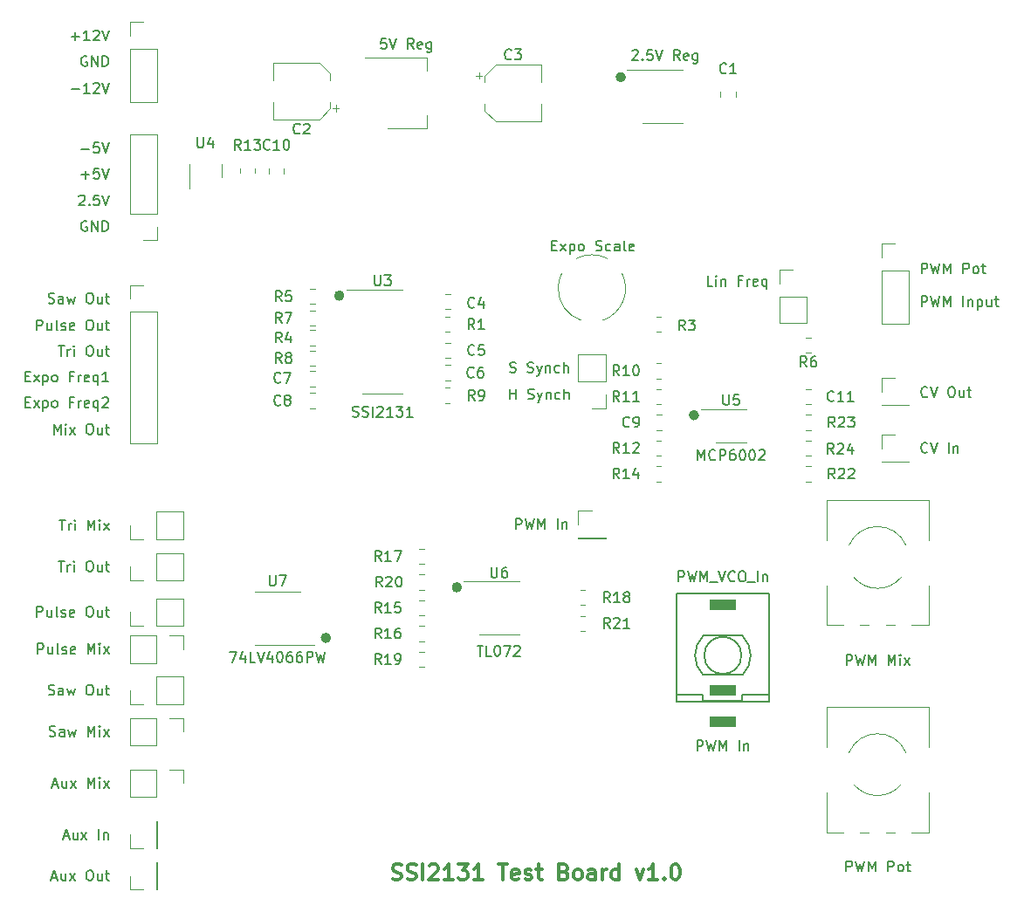
<source format=gbr>
%TF.GenerationSoftware,KiCad,Pcbnew,(6.0.8)*%
%TF.CreationDate,2022-10-24T12:17:12+01:00*%
%TF.ProjectId,VCO_Test,56434f5f-5465-4737-942e-6b696361645f,rev?*%
%TF.SameCoordinates,Original*%
%TF.FileFunction,Legend,Top*%
%TF.FilePolarity,Positive*%
%FSLAX46Y46*%
G04 Gerber Fmt 4.6, Leading zero omitted, Abs format (unit mm)*
G04 Created by KiCad (PCBNEW (6.0.8)) date 2022-10-24 12:17:12*
%MOMM*%
%LPD*%
G01*
G04 APERTURE LIST*
%ADD10C,0.300000*%
%ADD11C,0.200000*%
%ADD12C,0.500000*%
%ADD13C,0.150000*%
%ADD14C,0.120000*%
%ADD15R,2.500000X1.000000*%
G04 APERTURE END LIST*
D10*
X86971428Y-134507142D02*
X87185714Y-134578571D01*
X87542857Y-134578571D01*
X87685714Y-134507142D01*
X87757142Y-134435714D01*
X87828571Y-134292857D01*
X87828571Y-134150000D01*
X87757142Y-134007142D01*
X87685714Y-133935714D01*
X87542857Y-133864285D01*
X87257142Y-133792857D01*
X87114285Y-133721428D01*
X87042857Y-133650000D01*
X86971428Y-133507142D01*
X86971428Y-133364285D01*
X87042857Y-133221428D01*
X87114285Y-133150000D01*
X87257142Y-133078571D01*
X87614285Y-133078571D01*
X87828571Y-133150000D01*
X88400000Y-134507142D02*
X88614285Y-134578571D01*
X88971428Y-134578571D01*
X89114285Y-134507142D01*
X89185714Y-134435714D01*
X89257142Y-134292857D01*
X89257142Y-134150000D01*
X89185714Y-134007142D01*
X89114285Y-133935714D01*
X88971428Y-133864285D01*
X88685714Y-133792857D01*
X88542857Y-133721428D01*
X88471428Y-133650000D01*
X88400000Y-133507142D01*
X88400000Y-133364285D01*
X88471428Y-133221428D01*
X88542857Y-133150000D01*
X88685714Y-133078571D01*
X89042857Y-133078571D01*
X89257142Y-133150000D01*
X89900000Y-134578571D02*
X89900000Y-133078571D01*
X90542857Y-133221428D02*
X90614285Y-133150000D01*
X90757142Y-133078571D01*
X91114285Y-133078571D01*
X91257142Y-133150000D01*
X91328571Y-133221428D01*
X91400000Y-133364285D01*
X91400000Y-133507142D01*
X91328571Y-133721428D01*
X90471428Y-134578571D01*
X91400000Y-134578571D01*
X92828571Y-134578571D02*
X91971428Y-134578571D01*
X92400000Y-134578571D02*
X92400000Y-133078571D01*
X92257142Y-133292857D01*
X92114285Y-133435714D01*
X91971428Y-133507142D01*
X93328571Y-133078571D02*
X94257142Y-133078571D01*
X93757142Y-133650000D01*
X93971428Y-133650000D01*
X94114285Y-133721428D01*
X94185714Y-133792857D01*
X94257142Y-133935714D01*
X94257142Y-134292857D01*
X94185714Y-134435714D01*
X94114285Y-134507142D01*
X93971428Y-134578571D01*
X93542857Y-134578571D01*
X93400000Y-134507142D01*
X93328571Y-134435714D01*
X95685714Y-134578571D02*
X94828571Y-134578571D01*
X95257142Y-134578571D02*
X95257142Y-133078571D01*
X95114285Y-133292857D01*
X94971428Y-133435714D01*
X94828571Y-133507142D01*
X97257142Y-133078571D02*
X98114285Y-133078571D01*
X97685714Y-134578571D02*
X97685714Y-133078571D01*
X99185714Y-134507142D02*
X99042857Y-134578571D01*
X98757142Y-134578571D01*
X98614285Y-134507142D01*
X98542857Y-134364285D01*
X98542857Y-133792857D01*
X98614285Y-133650000D01*
X98757142Y-133578571D01*
X99042857Y-133578571D01*
X99185714Y-133650000D01*
X99257142Y-133792857D01*
X99257142Y-133935714D01*
X98542857Y-134078571D01*
X99828571Y-134507142D02*
X99971428Y-134578571D01*
X100257142Y-134578571D01*
X100400000Y-134507142D01*
X100471428Y-134364285D01*
X100471428Y-134292857D01*
X100400000Y-134150000D01*
X100257142Y-134078571D01*
X100042857Y-134078571D01*
X99900000Y-134007142D01*
X99828571Y-133864285D01*
X99828571Y-133792857D01*
X99900000Y-133650000D01*
X100042857Y-133578571D01*
X100257142Y-133578571D01*
X100400000Y-133650000D01*
X100900000Y-133578571D02*
X101471428Y-133578571D01*
X101114285Y-133078571D02*
X101114285Y-134364285D01*
X101185714Y-134507142D01*
X101328571Y-134578571D01*
X101471428Y-134578571D01*
X103614285Y-133792857D02*
X103828571Y-133864285D01*
X103900000Y-133935714D01*
X103971428Y-134078571D01*
X103971428Y-134292857D01*
X103900000Y-134435714D01*
X103828571Y-134507142D01*
X103685714Y-134578571D01*
X103114285Y-134578571D01*
X103114285Y-133078571D01*
X103614285Y-133078571D01*
X103757142Y-133150000D01*
X103828571Y-133221428D01*
X103900000Y-133364285D01*
X103900000Y-133507142D01*
X103828571Y-133650000D01*
X103757142Y-133721428D01*
X103614285Y-133792857D01*
X103114285Y-133792857D01*
X104828571Y-134578571D02*
X104685714Y-134507142D01*
X104614285Y-134435714D01*
X104542857Y-134292857D01*
X104542857Y-133864285D01*
X104614285Y-133721428D01*
X104685714Y-133650000D01*
X104828571Y-133578571D01*
X105042857Y-133578571D01*
X105185714Y-133650000D01*
X105257142Y-133721428D01*
X105328571Y-133864285D01*
X105328571Y-134292857D01*
X105257142Y-134435714D01*
X105185714Y-134507142D01*
X105042857Y-134578571D01*
X104828571Y-134578571D01*
X106614285Y-134578571D02*
X106614285Y-133792857D01*
X106542857Y-133650000D01*
X106400000Y-133578571D01*
X106114285Y-133578571D01*
X105971428Y-133650000D01*
X106614285Y-134507142D02*
X106471428Y-134578571D01*
X106114285Y-134578571D01*
X105971428Y-134507142D01*
X105900000Y-134364285D01*
X105900000Y-134221428D01*
X105971428Y-134078571D01*
X106114285Y-134007142D01*
X106471428Y-134007142D01*
X106614285Y-133935714D01*
X107328571Y-134578571D02*
X107328571Y-133578571D01*
X107328571Y-133864285D02*
X107400000Y-133721428D01*
X107471428Y-133650000D01*
X107614285Y-133578571D01*
X107757142Y-133578571D01*
X108900000Y-134578571D02*
X108900000Y-133078571D01*
X108900000Y-134507142D02*
X108757142Y-134578571D01*
X108471428Y-134578571D01*
X108328571Y-134507142D01*
X108257142Y-134435714D01*
X108185714Y-134292857D01*
X108185714Y-133864285D01*
X108257142Y-133721428D01*
X108328571Y-133650000D01*
X108471428Y-133578571D01*
X108757142Y-133578571D01*
X108900000Y-133650000D01*
X110614285Y-133578571D02*
X110971428Y-134578571D01*
X111328571Y-133578571D01*
X112685714Y-134578571D02*
X111828571Y-134578571D01*
X112257142Y-134578571D02*
X112257142Y-133078571D01*
X112114285Y-133292857D01*
X111971428Y-133435714D01*
X111828571Y-133507142D01*
X113328571Y-134435714D02*
X113400000Y-134507142D01*
X113328571Y-134578571D01*
X113257142Y-134507142D01*
X113328571Y-134435714D01*
X113328571Y-134578571D01*
X114328571Y-133078571D02*
X114471428Y-133078571D01*
X114614285Y-133150000D01*
X114685714Y-133221428D01*
X114757142Y-133364285D01*
X114828571Y-133650000D01*
X114828571Y-134007142D01*
X114757142Y-134292857D01*
X114685714Y-134435714D01*
X114614285Y-134507142D01*
X114471428Y-134578571D01*
X114328571Y-134578571D01*
X114185714Y-134507142D01*
X114114285Y-134435714D01*
X114042857Y-134292857D01*
X113971428Y-134007142D01*
X113971428Y-133650000D01*
X114042857Y-133364285D01*
X114114285Y-133221428D01*
X114185714Y-133150000D01*
X114328571Y-133078571D01*
D11*
X95180952Y-111852380D02*
X95752380Y-111852380D01*
X95466666Y-112852380D02*
X95466666Y-111852380D01*
X96561904Y-112852380D02*
X96085714Y-112852380D01*
X96085714Y-111852380D01*
X97085714Y-111852380D02*
X97180952Y-111852380D01*
X97276190Y-111900000D01*
X97323809Y-111947619D01*
X97371428Y-112042857D01*
X97419047Y-112233333D01*
X97419047Y-112471428D01*
X97371428Y-112661904D01*
X97323809Y-112757142D01*
X97276190Y-112804761D01*
X97180952Y-112852380D01*
X97085714Y-112852380D01*
X96990476Y-112804761D01*
X96942857Y-112757142D01*
X96895238Y-112661904D01*
X96847619Y-112471428D01*
X96847619Y-112233333D01*
X96895238Y-112042857D01*
X96942857Y-111947619D01*
X96990476Y-111900000D01*
X97085714Y-111852380D01*
X97752380Y-111852380D02*
X98419047Y-111852380D01*
X97990476Y-112852380D01*
X98752380Y-111947619D02*
X98800000Y-111900000D01*
X98895238Y-111852380D01*
X99133333Y-111852380D01*
X99228571Y-111900000D01*
X99276190Y-111947619D01*
X99323809Y-112042857D01*
X99323809Y-112138095D01*
X99276190Y-112280952D01*
X98704761Y-112852380D01*
X99323809Y-112852380D01*
D12*
X93450000Y-106200000D02*
G75*
G03*
X93450000Y-106200000I-250000J0D01*
G01*
X109350000Y-56700000D02*
G75*
G03*
X109350000Y-56700000I-250000J0D01*
G01*
X116450000Y-89500000D02*
G75*
G03*
X116450000Y-89500000I-250000J0D01*
G01*
X82050000Y-77900000D02*
G75*
G03*
X82050000Y-77900000I-250000J0D01*
G01*
X80750000Y-111100000D02*
G75*
G03*
X80750000Y-111100000I-250000J0D01*
G01*
D11*
X71180952Y-112452380D02*
X71847619Y-112452380D01*
X71419047Y-113452380D01*
X72657142Y-112785714D02*
X72657142Y-113452380D01*
X72419047Y-112404761D02*
X72180952Y-113119047D01*
X72800000Y-113119047D01*
X73657142Y-113452380D02*
X73180952Y-113452380D01*
X73180952Y-112452380D01*
X73847619Y-112452380D02*
X74180952Y-113452380D01*
X74514285Y-112452380D01*
X75276190Y-112785714D02*
X75276190Y-113452380D01*
X75038095Y-112404761D02*
X74800000Y-113119047D01*
X75419047Y-113119047D01*
X75990476Y-112452380D02*
X76085714Y-112452380D01*
X76180952Y-112500000D01*
X76228571Y-112547619D01*
X76276190Y-112642857D01*
X76323809Y-112833333D01*
X76323809Y-113071428D01*
X76276190Y-113261904D01*
X76228571Y-113357142D01*
X76180952Y-113404761D01*
X76085714Y-113452380D01*
X75990476Y-113452380D01*
X75895238Y-113404761D01*
X75847619Y-113357142D01*
X75800000Y-113261904D01*
X75752380Y-113071428D01*
X75752380Y-112833333D01*
X75800000Y-112642857D01*
X75847619Y-112547619D01*
X75895238Y-112500000D01*
X75990476Y-112452380D01*
X77180952Y-112452380D02*
X76990476Y-112452380D01*
X76895238Y-112500000D01*
X76847619Y-112547619D01*
X76752380Y-112690476D01*
X76704761Y-112880952D01*
X76704761Y-113261904D01*
X76752380Y-113357142D01*
X76800000Y-113404761D01*
X76895238Y-113452380D01*
X77085714Y-113452380D01*
X77180952Y-113404761D01*
X77228571Y-113357142D01*
X77276190Y-113261904D01*
X77276190Y-113023809D01*
X77228571Y-112928571D01*
X77180952Y-112880952D01*
X77085714Y-112833333D01*
X76895238Y-112833333D01*
X76800000Y-112880952D01*
X76752380Y-112928571D01*
X76704761Y-113023809D01*
X78133333Y-112452380D02*
X77942857Y-112452380D01*
X77847619Y-112500000D01*
X77800000Y-112547619D01*
X77704761Y-112690476D01*
X77657142Y-112880952D01*
X77657142Y-113261904D01*
X77704761Y-113357142D01*
X77752380Y-113404761D01*
X77847619Y-113452380D01*
X78038095Y-113452380D01*
X78133333Y-113404761D01*
X78180952Y-113357142D01*
X78228571Y-113261904D01*
X78228571Y-113023809D01*
X78180952Y-112928571D01*
X78133333Y-112880952D01*
X78038095Y-112833333D01*
X77847619Y-112833333D01*
X77752380Y-112880952D01*
X77704761Y-112928571D01*
X77657142Y-113023809D01*
X78657142Y-113452380D02*
X78657142Y-112452380D01*
X79038095Y-112452380D01*
X79133333Y-112500000D01*
X79180952Y-112547619D01*
X79228571Y-112642857D01*
X79228571Y-112785714D01*
X79180952Y-112880952D01*
X79133333Y-112928571D01*
X79038095Y-112976190D01*
X78657142Y-112976190D01*
X79561904Y-112452380D02*
X79800000Y-113452380D01*
X79990476Y-112738095D01*
X80180952Y-113452380D01*
X80419047Y-112452380D01*
X116561904Y-93852380D02*
X116561904Y-92852380D01*
X116895238Y-93566666D01*
X117228571Y-92852380D01*
X117228571Y-93852380D01*
X118276190Y-93757142D02*
X118228571Y-93804761D01*
X118085714Y-93852380D01*
X117990476Y-93852380D01*
X117847619Y-93804761D01*
X117752380Y-93709523D01*
X117704761Y-93614285D01*
X117657142Y-93423809D01*
X117657142Y-93280952D01*
X117704761Y-93090476D01*
X117752380Y-92995238D01*
X117847619Y-92900000D01*
X117990476Y-92852380D01*
X118085714Y-92852380D01*
X118228571Y-92900000D01*
X118276190Y-92947619D01*
X118704761Y-93852380D02*
X118704761Y-92852380D01*
X119085714Y-92852380D01*
X119180952Y-92900000D01*
X119228571Y-92947619D01*
X119276190Y-93042857D01*
X119276190Y-93185714D01*
X119228571Y-93280952D01*
X119180952Y-93328571D01*
X119085714Y-93376190D01*
X118704761Y-93376190D01*
X120133333Y-92852380D02*
X119942857Y-92852380D01*
X119847619Y-92900000D01*
X119800000Y-92947619D01*
X119704761Y-93090476D01*
X119657142Y-93280952D01*
X119657142Y-93661904D01*
X119704761Y-93757142D01*
X119752380Y-93804761D01*
X119847619Y-93852380D01*
X120038095Y-93852380D01*
X120133333Y-93804761D01*
X120180952Y-93757142D01*
X120228571Y-93661904D01*
X120228571Y-93423809D01*
X120180952Y-93328571D01*
X120133333Y-93280952D01*
X120038095Y-93233333D01*
X119847619Y-93233333D01*
X119752380Y-93280952D01*
X119704761Y-93328571D01*
X119657142Y-93423809D01*
X120847619Y-92852380D02*
X120942857Y-92852380D01*
X121038095Y-92900000D01*
X121085714Y-92947619D01*
X121133333Y-93042857D01*
X121180952Y-93233333D01*
X121180952Y-93471428D01*
X121133333Y-93661904D01*
X121085714Y-93757142D01*
X121038095Y-93804761D01*
X120942857Y-93852380D01*
X120847619Y-93852380D01*
X120752380Y-93804761D01*
X120704761Y-93757142D01*
X120657142Y-93661904D01*
X120609523Y-93471428D01*
X120609523Y-93233333D01*
X120657142Y-93042857D01*
X120704761Y-92947619D01*
X120752380Y-92900000D01*
X120847619Y-92852380D01*
X121800000Y-92852380D02*
X121895238Y-92852380D01*
X121990476Y-92900000D01*
X122038095Y-92947619D01*
X122085714Y-93042857D01*
X122133333Y-93233333D01*
X122133333Y-93471428D01*
X122085714Y-93661904D01*
X122038095Y-93757142D01*
X121990476Y-93804761D01*
X121895238Y-93852380D01*
X121800000Y-93852380D01*
X121704761Y-93804761D01*
X121657142Y-93757142D01*
X121609523Y-93661904D01*
X121561904Y-93471428D01*
X121561904Y-93233333D01*
X121609523Y-93042857D01*
X121657142Y-92947619D01*
X121704761Y-92900000D01*
X121800000Y-92852380D01*
X122514285Y-92947619D02*
X122561904Y-92900000D01*
X122657142Y-92852380D01*
X122895238Y-92852380D01*
X122990476Y-92900000D01*
X123038095Y-92947619D01*
X123085714Y-93042857D01*
X123085714Y-93138095D01*
X123038095Y-93280952D01*
X122466666Y-93852380D01*
X123085714Y-93852380D01*
X83095238Y-89604761D02*
X83238095Y-89652380D01*
X83476190Y-89652380D01*
X83571428Y-89604761D01*
X83619047Y-89557142D01*
X83666666Y-89461904D01*
X83666666Y-89366666D01*
X83619047Y-89271428D01*
X83571428Y-89223809D01*
X83476190Y-89176190D01*
X83285714Y-89128571D01*
X83190476Y-89080952D01*
X83142857Y-89033333D01*
X83095238Y-88938095D01*
X83095238Y-88842857D01*
X83142857Y-88747619D01*
X83190476Y-88700000D01*
X83285714Y-88652380D01*
X83523809Y-88652380D01*
X83666666Y-88700000D01*
X84047619Y-89604761D02*
X84190476Y-89652380D01*
X84428571Y-89652380D01*
X84523809Y-89604761D01*
X84571428Y-89557142D01*
X84619047Y-89461904D01*
X84619047Y-89366666D01*
X84571428Y-89271428D01*
X84523809Y-89223809D01*
X84428571Y-89176190D01*
X84238095Y-89128571D01*
X84142857Y-89080952D01*
X84095238Y-89033333D01*
X84047619Y-88938095D01*
X84047619Y-88842857D01*
X84095238Y-88747619D01*
X84142857Y-88700000D01*
X84238095Y-88652380D01*
X84476190Y-88652380D01*
X84619047Y-88700000D01*
X85047619Y-89652380D02*
X85047619Y-88652380D01*
X85476190Y-88747619D02*
X85523809Y-88700000D01*
X85619047Y-88652380D01*
X85857142Y-88652380D01*
X85952380Y-88700000D01*
X86000000Y-88747619D01*
X86047619Y-88842857D01*
X86047619Y-88938095D01*
X86000000Y-89080952D01*
X85428571Y-89652380D01*
X86047619Y-89652380D01*
X87000000Y-89652380D02*
X86428571Y-89652380D01*
X86714285Y-89652380D02*
X86714285Y-88652380D01*
X86619047Y-88795238D01*
X86523809Y-88890476D01*
X86428571Y-88938095D01*
X87333333Y-88652380D02*
X87952380Y-88652380D01*
X87619047Y-89033333D01*
X87761904Y-89033333D01*
X87857142Y-89080952D01*
X87904761Y-89128571D01*
X87952380Y-89223809D01*
X87952380Y-89461904D01*
X87904761Y-89557142D01*
X87857142Y-89604761D01*
X87761904Y-89652380D01*
X87476190Y-89652380D01*
X87380952Y-89604761D01*
X87333333Y-89557142D01*
X88904761Y-89652380D02*
X88333333Y-89652380D01*
X88619047Y-89652380D02*
X88619047Y-88652380D01*
X88523809Y-88795238D01*
X88428571Y-88890476D01*
X88333333Y-88938095D01*
X110209523Y-54147619D02*
X110257142Y-54100000D01*
X110352380Y-54052380D01*
X110590476Y-54052380D01*
X110685714Y-54100000D01*
X110733333Y-54147619D01*
X110780952Y-54242857D01*
X110780952Y-54338095D01*
X110733333Y-54480952D01*
X110161904Y-55052380D01*
X110780952Y-55052380D01*
X111209523Y-54957142D02*
X111257142Y-55004761D01*
X111209523Y-55052380D01*
X111161904Y-55004761D01*
X111209523Y-54957142D01*
X111209523Y-55052380D01*
X112161904Y-54052380D02*
X111685714Y-54052380D01*
X111638095Y-54528571D01*
X111685714Y-54480952D01*
X111780952Y-54433333D01*
X112019047Y-54433333D01*
X112114285Y-54480952D01*
X112161904Y-54528571D01*
X112209523Y-54623809D01*
X112209523Y-54861904D01*
X112161904Y-54957142D01*
X112114285Y-55004761D01*
X112019047Y-55052380D01*
X111780952Y-55052380D01*
X111685714Y-55004761D01*
X111638095Y-54957142D01*
X112495238Y-54052380D02*
X112828571Y-55052380D01*
X113161904Y-54052380D01*
X114828571Y-55052380D02*
X114495238Y-54576190D01*
X114257142Y-55052380D02*
X114257142Y-54052380D01*
X114638095Y-54052380D01*
X114733333Y-54100000D01*
X114780952Y-54147619D01*
X114828571Y-54242857D01*
X114828571Y-54385714D01*
X114780952Y-54480952D01*
X114733333Y-54528571D01*
X114638095Y-54576190D01*
X114257142Y-54576190D01*
X115638095Y-55004761D02*
X115542857Y-55052380D01*
X115352380Y-55052380D01*
X115257142Y-55004761D01*
X115209523Y-54909523D01*
X115209523Y-54528571D01*
X115257142Y-54433333D01*
X115352380Y-54385714D01*
X115542857Y-54385714D01*
X115638095Y-54433333D01*
X115685714Y-54528571D01*
X115685714Y-54623809D01*
X115209523Y-54719047D01*
X116542857Y-54385714D02*
X116542857Y-55195238D01*
X116495238Y-55290476D01*
X116447619Y-55338095D01*
X116352380Y-55385714D01*
X116209523Y-55385714D01*
X116114285Y-55338095D01*
X116542857Y-55004761D02*
X116447619Y-55052380D01*
X116257142Y-55052380D01*
X116161904Y-55004761D01*
X116114285Y-54957142D01*
X116066666Y-54861904D01*
X116066666Y-54576190D01*
X116114285Y-54480952D01*
X116161904Y-54433333D01*
X116257142Y-54385714D01*
X116447619Y-54385714D01*
X116542857Y-54433333D01*
X86347619Y-52952380D02*
X85871428Y-52952380D01*
X85823809Y-53428571D01*
X85871428Y-53380952D01*
X85966666Y-53333333D01*
X86204761Y-53333333D01*
X86300000Y-53380952D01*
X86347619Y-53428571D01*
X86395238Y-53523809D01*
X86395238Y-53761904D01*
X86347619Y-53857142D01*
X86300000Y-53904761D01*
X86204761Y-53952380D01*
X85966666Y-53952380D01*
X85871428Y-53904761D01*
X85823809Y-53857142D01*
X86680952Y-52952380D02*
X87014285Y-53952380D01*
X87347619Y-52952380D01*
X89014285Y-53952380D02*
X88680952Y-53476190D01*
X88442857Y-53952380D02*
X88442857Y-52952380D01*
X88823809Y-52952380D01*
X88919047Y-53000000D01*
X88966666Y-53047619D01*
X89014285Y-53142857D01*
X89014285Y-53285714D01*
X88966666Y-53380952D01*
X88919047Y-53428571D01*
X88823809Y-53476190D01*
X88442857Y-53476190D01*
X89823809Y-53904761D02*
X89728571Y-53952380D01*
X89538095Y-53952380D01*
X89442857Y-53904761D01*
X89395238Y-53809523D01*
X89395238Y-53428571D01*
X89442857Y-53333333D01*
X89538095Y-53285714D01*
X89728571Y-53285714D01*
X89823809Y-53333333D01*
X89871428Y-53428571D01*
X89871428Y-53523809D01*
X89395238Y-53619047D01*
X90728571Y-53285714D02*
X90728571Y-54095238D01*
X90680952Y-54190476D01*
X90633333Y-54238095D01*
X90538095Y-54285714D01*
X90395238Y-54285714D01*
X90300000Y-54238095D01*
X90728571Y-53904761D02*
X90633333Y-53952380D01*
X90442857Y-53952380D01*
X90347619Y-53904761D01*
X90300000Y-53857142D01*
X90252380Y-53761904D01*
X90252380Y-53476190D01*
X90300000Y-53380952D01*
X90347619Y-53333333D01*
X90442857Y-53285714D01*
X90633333Y-53285714D01*
X90728571Y-53333333D01*
X53933332Y-134366666D02*
X54409523Y-134366666D01*
X53838094Y-134652380D02*
X54171428Y-133652380D01*
X54504761Y-134652380D01*
X55266666Y-133985714D02*
X55266666Y-134652380D01*
X54838094Y-133985714D02*
X54838094Y-134509523D01*
X54885713Y-134604761D01*
X54980951Y-134652380D01*
X55123808Y-134652380D01*
X55219047Y-134604761D01*
X55266666Y-134557142D01*
X55647618Y-134652380D02*
X56171428Y-133985714D01*
X55647618Y-133985714D02*
X56171428Y-134652380D01*
X57504761Y-133652380D02*
X57695237Y-133652380D01*
X57790475Y-133700000D01*
X57885713Y-133795238D01*
X57933332Y-133985714D01*
X57933332Y-134319047D01*
X57885713Y-134509523D01*
X57790475Y-134604761D01*
X57695237Y-134652380D01*
X57504761Y-134652380D01*
X57409523Y-134604761D01*
X57314285Y-134509523D01*
X57266666Y-134319047D01*
X57266666Y-133985714D01*
X57314285Y-133795238D01*
X57409523Y-133700000D01*
X57504761Y-133652380D01*
X58790475Y-133985714D02*
X58790475Y-134652380D01*
X58361904Y-133985714D02*
X58361904Y-134509523D01*
X58409523Y-134604761D01*
X58504761Y-134652380D01*
X58647618Y-134652380D01*
X58742856Y-134604761D01*
X58790475Y-134557142D01*
X59123808Y-133985714D02*
X59504761Y-133985714D01*
X59266666Y-133652380D02*
X59266666Y-134509523D01*
X59314285Y-134604761D01*
X59409523Y-134652380D01*
X59504761Y-134652380D01*
X55076190Y-130366666D02*
X55552380Y-130366666D01*
X54980952Y-130652380D02*
X55314285Y-129652380D01*
X55647618Y-130652380D01*
X56409523Y-129985714D02*
X56409523Y-130652380D01*
X55980952Y-129985714D02*
X55980952Y-130509523D01*
X56028571Y-130604761D01*
X56123809Y-130652380D01*
X56266666Y-130652380D01*
X56361904Y-130604761D01*
X56409523Y-130557142D01*
X56790476Y-130652380D02*
X57314285Y-129985714D01*
X56790476Y-129985714D02*
X57314285Y-130652380D01*
X58457142Y-130652380D02*
X58457142Y-129652380D01*
X58933333Y-129985714D02*
X58933333Y-130652380D01*
X58933333Y-130080952D02*
X58980952Y-130033333D01*
X59076190Y-129985714D01*
X59219047Y-129985714D01*
X59314285Y-130033333D01*
X59361904Y-130128571D01*
X59361904Y-130652380D01*
X52552381Y-112652380D02*
X52552381Y-111652380D01*
X52933333Y-111652380D01*
X53028571Y-111700000D01*
X53076190Y-111747619D01*
X53123809Y-111842857D01*
X53123809Y-111985714D01*
X53076190Y-112080952D01*
X53028571Y-112128571D01*
X52933333Y-112176190D01*
X52552381Y-112176190D01*
X53980952Y-111985714D02*
X53980952Y-112652380D01*
X53552381Y-111985714D02*
X53552381Y-112509523D01*
X53600000Y-112604761D01*
X53695238Y-112652380D01*
X53838095Y-112652380D01*
X53933333Y-112604761D01*
X53980952Y-112557142D01*
X54600000Y-112652380D02*
X54504762Y-112604761D01*
X54457143Y-112509523D01*
X54457143Y-111652380D01*
X54933333Y-112604761D02*
X55028571Y-112652380D01*
X55219047Y-112652380D01*
X55314285Y-112604761D01*
X55361904Y-112509523D01*
X55361904Y-112461904D01*
X55314285Y-112366666D01*
X55219047Y-112319047D01*
X55076190Y-112319047D01*
X54980952Y-112271428D01*
X54933333Y-112176190D01*
X54933333Y-112128571D01*
X54980952Y-112033333D01*
X55076190Y-111985714D01*
X55219047Y-111985714D01*
X55314285Y-112033333D01*
X56171428Y-112604761D02*
X56076190Y-112652380D01*
X55885714Y-112652380D01*
X55790476Y-112604761D01*
X55742857Y-112509523D01*
X55742857Y-112128571D01*
X55790476Y-112033333D01*
X55885714Y-111985714D01*
X56076190Y-111985714D01*
X56171428Y-112033333D01*
X56219047Y-112128571D01*
X56219047Y-112223809D01*
X55742857Y-112319047D01*
X57409523Y-112652380D02*
X57409523Y-111652380D01*
X57742857Y-112366666D01*
X58076190Y-111652380D01*
X58076190Y-112652380D01*
X58552381Y-112652380D02*
X58552381Y-111985714D01*
X58552381Y-111652380D02*
X58504762Y-111700000D01*
X58552381Y-111747619D01*
X58600000Y-111700000D01*
X58552381Y-111652380D01*
X58552381Y-111747619D01*
X58933333Y-112652380D02*
X59457143Y-111985714D01*
X58933333Y-111985714D02*
X59457143Y-112652380D01*
X53695238Y-120604761D02*
X53838095Y-120652380D01*
X54076190Y-120652380D01*
X54171428Y-120604761D01*
X54219047Y-120557142D01*
X54266666Y-120461904D01*
X54266666Y-120366666D01*
X54219047Y-120271428D01*
X54171428Y-120223809D01*
X54076190Y-120176190D01*
X53885714Y-120128571D01*
X53790476Y-120080952D01*
X53742857Y-120033333D01*
X53695238Y-119938095D01*
X53695238Y-119842857D01*
X53742857Y-119747619D01*
X53790476Y-119700000D01*
X53885714Y-119652380D01*
X54123809Y-119652380D01*
X54266666Y-119700000D01*
X55123809Y-120652380D02*
X55123809Y-120128571D01*
X55076190Y-120033333D01*
X54980952Y-119985714D01*
X54790476Y-119985714D01*
X54695238Y-120033333D01*
X55123809Y-120604761D02*
X55028571Y-120652380D01*
X54790476Y-120652380D01*
X54695238Y-120604761D01*
X54647619Y-120509523D01*
X54647619Y-120414285D01*
X54695238Y-120319047D01*
X54790476Y-120271428D01*
X55028571Y-120271428D01*
X55123809Y-120223809D01*
X55504761Y-119985714D02*
X55695238Y-120652380D01*
X55885714Y-120176190D01*
X56076190Y-120652380D01*
X56266666Y-119985714D01*
X57409523Y-120652380D02*
X57409523Y-119652380D01*
X57742857Y-120366666D01*
X58076190Y-119652380D01*
X58076190Y-120652380D01*
X58552381Y-120652380D02*
X58552381Y-119985714D01*
X58552381Y-119652380D02*
X58504761Y-119700000D01*
X58552381Y-119747619D01*
X58600000Y-119700000D01*
X58552381Y-119652380D01*
X58552381Y-119747619D01*
X58933333Y-120652380D02*
X59457142Y-119985714D01*
X58933333Y-119985714D02*
X59457142Y-120652380D01*
X54552380Y-103652380D02*
X55123809Y-103652380D01*
X54838094Y-104652380D02*
X54838094Y-103652380D01*
X55457142Y-104652380D02*
X55457142Y-103985714D01*
X55457142Y-104176190D02*
X55504761Y-104080952D01*
X55552380Y-104033333D01*
X55647618Y-103985714D01*
X55742856Y-103985714D01*
X56076190Y-104652380D02*
X56076190Y-103985714D01*
X56076190Y-103652380D02*
X56028571Y-103700000D01*
X56076190Y-103747619D01*
X56123809Y-103700000D01*
X56076190Y-103652380D01*
X56076190Y-103747619D01*
X57504761Y-103652380D02*
X57695237Y-103652380D01*
X57790475Y-103700000D01*
X57885713Y-103795238D01*
X57933332Y-103985714D01*
X57933332Y-104319047D01*
X57885713Y-104509523D01*
X57790475Y-104604761D01*
X57695237Y-104652380D01*
X57504761Y-104652380D01*
X57409523Y-104604761D01*
X57314285Y-104509523D01*
X57266666Y-104319047D01*
X57266666Y-103985714D01*
X57314285Y-103795238D01*
X57409523Y-103700000D01*
X57504761Y-103652380D01*
X58790475Y-103985714D02*
X58790475Y-104652380D01*
X58361904Y-103985714D02*
X58361904Y-104509523D01*
X58409523Y-104604761D01*
X58504761Y-104652380D01*
X58647618Y-104652380D01*
X58742856Y-104604761D01*
X58790475Y-104557142D01*
X59123809Y-103985714D02*
X59504761Y-103985714D01*
X59266666Y-103652380D02*
X59266666Y-104509523D01*
X59314285Y-104604761D01*
X59409523Y-104652380D01*
X59504761Y-104652380D01*
X52457143Y-109052380D02*
X52457143Y-108052380D01*
X52838095Y-108052380D01*
X52933333Y-108100000D01*
X52980952Y-108147619D01*
X53028571Y-108242857D01*
X53028571Y-108385714D01*
X52980952Y-108480952D01*
X52933333Y-108528571D01*
X52838095Y-108576190D01*
X52457143Y-108576190D01*
X53885714Y-108385714D02*
X53885714Y-109052380D01*
X53457143Y-108385714D02*
X53457143Y-108909523D01*
X53504762Y-109004761D01*
X53600000Y-109052380D01*
X53742857Y-109052380D01*
X53838095Y-109004761D01*
X53885714Y-108957142D01*
X54504762Y-109052380D02*
X54409524Y-109004761D01*
X54361904Y-108909523D01*
X54361904Y-108052380D01*
X54838095Y-109004761D02*
X54933333Y-109052380D01*
X55123809Y-109052380D01*
X55219047Y-109004761D01*
X55266666Y-108909523D01*
X55266666Y-108861904D01*
X55219047Y-108766666D01*
X55123809Y-108719047D01*
X54980952Y-108719047D01*
X54885714Y-108671428D01*
X54838095Y-108576190D01*
X54838095Y-108528571D01*
X54885714Y-108433333D01*
X54980952Y-108385714D01*
X55123809Y-108385714D01*
X55219047Y-108433333D01*
X56076190Y-109004761D02*
X55980952Y-109052380D01*
X55790476Y-109052380D01*
X55695238Y-109004761D01*
X55647619Y-108909523D01*
X55647619Y-108528571D01*
X55695238Y-108433333D01*
X55790476Y-108385714D01*
X55980952Y-108385714D01*
X56076190Y-108433333D01*
X56123809Y-108528571D01*
X56123809Y-108623809D01*
X55647619Y-108719047D01*
X57504762Y-108052380D02*
X57695238Y-108052380D01*
X57790476Y-108100000D01*
X57885714Y-108195238D01*
X57933333Y-108385714D01*
X57933333Y-108719047D01*
X57885714Y-108909523D01*
X57790476Y-109004761D01*
X57695238Y-109052380D01*
X57504762Y-109052380D01*
X57409524Y-109004761D01*
X57314285Y-108909523D01*
X57266666Y-108719047D01*
X57266666Y-108385714D01*
X57314285Y-108195238D01*
X57409524Y-108100000D01*
X57504762Y-108052380D01*
X58790476Y-108385714D02*
X58790476Y-109052380D01*
X58361904Y-108385714D02*
X58361904Y-108909523D01*
X58409524Y-109004761D01*
X58504762Y-109052380D01*
X58647619Y-109052380D01*
X58742857Y-109004761D01*
X58790476Y-108957142D01*
X59123809Y-108385714D02*
X59504762Y-108385714D01*
X59266666Y-108052380D02*
X59266666Y-108909523D01*
X59314285Y-109004761D01*
X59409524Y-109052380D01*
X59504762Y-109052380D01*
X53600000Y-116604761D02*
X53742857Y-116652380D01*
X53980952Y-116652380D01*
X54076190Y-116604761D01*
X54123809Y-116557142D01*
X54171428Y-116461904D01*
X54171428Y-116366666D01*
X54123809Y-116271428D01*
X54076190Y-116223809D01*
X53980952Y-116176190D01*
X53790476Y-116128571D01*
X53695238Y-116080952D01*
X53647619Y-116033333D01*
X53600000Y-115938095D01*
X53600000Y-115842857D01*
X53647619Y-115747619D01*
X53695238Y-115700000D01*
X53790476Y-115652380D01*
X54028571Y-115652380D01*
X54171428Y-115700000D01*
X55028571Y-116652380D02*
X55028571Y-116128571D01*
X54980952Y-116033333D01*
X54885714Y-115985714D01*
X54695238Y-115985714D01*
X54600000Y-116033333D01*
X55028571Y-116604761D02*
X54933333Y-116652380D01*
X54695238Y-116652380D01*
X54600000Y-116604761D01*
X54552381Y-116509523D01*
X54552381Y-116414285D01*
X54600000Y-116319047D01*
X54695238Y-116271428D01*
X54933333Y-116271428D01*
X55028571Y-116223809D01*
X55409523Y-115985714D02*
X55600000Y-116652380D01*
X55790476Y-116176190D01*
X55980952Y-116652380D01*
X56171428Y-115985714D01*
X57504762Y-115652380D02*
X57695238Y-115652380D01*
X57790476Y-115700000D01*
X57885714Y-115795238D01*
X57933333Y-115985714D01*
X57933333Y-116319047D01*
X57885714Y-116509523D01*
X57790476Y-116604761D01*
X57695238Y-116652380D01*
X57504762Y-116652380D01*
X57409523Y-116604761D01*
X57314285Y-116509523D01*
X57266666Y-116319047D01*
X57266666Y-115985714D01*
X57314285Y-115795238D01*
X57409523Y-115700000D01*
X57504762Y-115652380D01*
X58790476Y-115985714D02*
X58790476Y-116652380D01*
X58361904Y-115985714D02*
X58361904Y-116509523D01*
X58409523Y-116604761D01*
X58504762Y-116652380D01*
X58647619Y-116652380D01*
X58742857Y-116604761D01*
X58790476Y-116557142D01*
X59123809Y-115985714D02*
X59504762Y-115985714D01*
X59266666Y-115652380D02*
X59266666Y-116509523D01*
X59314285Y-116604761D01*
X59409523Y-116652380D01*
X59504762Y-116652380D01*
X54647618Y-99652380D02*
X55219047Y-99652380D01*
X54933332Y-100652380D02*
X54933332Y-99652380D01*
X55552380Y-100652380D02*
X55552380Y-99985714D01*
X55552380Y-100176190D02*
X55599999Y-100080952D01*
X55647618Y-100033333D01*
X55742856Y-99985714D01*
X55838094Y-99985714D01*
X56171428Y-100652380D02*
X56171428Y-99985714D01*
X56171428Y-99652380D02*
X56123809Y-99700000D01*
X56171428Y-99747619D01*
X56219047Y-99700000D01*
X56171428Y-99652380D01*
X56171428Y-99747619D01*
X57409523Y-100652380D02*
X57409523Y-99652380D01*
X57742856Y-100366666D01*
X58076190Y-99652380D01*
X58076190Y-100652380D01*
X58552380Y-100652380D02*
X58552380Y-99985714D01*
X58552380Y-99652380D02*
X58504761Y-99700000D01*
X58552380Y-99747619D01*
X58599999Y-99700000D01*
X58552380Y-99652380D01*
X58552380Y-99747619D01*
X58933332Y-100652380D02*
X59457142Y-99985714D01*
X58933332Y-99985714D02*
X59457142Y-100652380D01*
X54028570Y-125366666D02*
X54504761Y-125366666D01*
X53933332Y-125652380D02*
X54266666Y-124652380D01*
X54599999Y-125652380D01*
X55361904Y-124985714D02*
X55361904Y-125652380D01*
X54933332Y-124985714D02*
X54933332Y-125509523D01*
X54980951Y-125604761D01*
X55076189Y-125652380D01*
X55219047Y-125652380D01*
X55314285Y-125604761D01*
X55361904Y-125557142D01*
X55742856Y-125652380D02*
X56266666Y-124985714D01*
X55742856Y-124985714D02*
X56266666Y-125652380D01*
X57409523Y-125652380D02*
X57409523Y-124652380D01*
X57742856Y-125366666D01*
X58076189Y-124652380D01*
X58076189Y-125652380D01*
X58552380Y-125652380D02*
X58552380Y-124985714D01*
X58552380Y-124652380D02*
X58504761Y-124700000D01*
X58552380Y-124747619D01*
X58599999Y-124700000D01*
X58552380Y-124652380D01*
X58552380Y-124747619D01*
X58933332Y-125652380D02*
X59457142Y-124985714D01*
X58933332Y-124985714D02*
X59457142Y-125652380D01*
X54123809Y-91352380D02*
X54123809Y-90352380D01*
X54457142Y-91066666D01*
X54790476Y-90352380D01*
X54790476Y-91352380D01*
X55266666Y-91352380D02*
X55266666Y-90685714D01*
X55266666Y-90352380D02*
X55219047Y-90400000D01*
X55266666Y-90447619D01*
X55314285Y-90400000D01*
X55266666Y-90352380D01*
X55266666Y-90447619D01*
X55647618Y-91352380D02*
X56171428Y-90685714D01*
X55647618Y-90685714D02*
X56171428Y-91352380D01*
X57504761Y-90352380D02*
X57695237Y-90352380D01*
X57790476Y-90400000D01*
X57885714Y-90495238D01*
X57933333Y-90685714D01*
X57933333Y-91019047D01*
X57885714Y-91209523D01*
X57790476Y-91304761D01*
X57695237Y-91352380D01*
X57504761Y-91352380D01*
X57409523Y-91304761D01*
X57314285Y-91209523D01*
X57266666Y-91019047D01*
X57266666Y-90685714D01*
X57314285Y-90495238D01*
X57409523Y-90400000D01*
X57504761Y-90352380D01*
X58790476Y-90685714D02*
X58790476Y-91352380D01*
X58361904Y-90685714D02*
X58361904Y-91209523D01*
X58409523Y-91304761D01*
X58504761Y-91352380D01*
X58647618Y-91352380D01*
X58742857Y-91304761D01*
X58790476Y-91257142D01*
X59123809Y-90685714D02*
X59504761Y-90685714D01*
X59266666Y-90352380D02*
X59266666Y-91209523D01*
X59314285Y-91304761D01*
X59409523Y-91352380D01*
X59504761Y-91352380D01*
X51361905Y-88228571D02*
X51695238Y-88228571D01*
X51838095Y-88752380D02*
X51361905Y-88752380D01*
X51361905Y-87752380D01*
X51838095Y-87752380D01*
X52171428Y-88752380D02*
X52695238Y-88085714D01*
X52171428Y-88085714D02*
X52695238Y-88752380D01*
X53076190Y-88085714D02*
X53076190Y-89085714D01*
X53076190Y-88133333D02*
X53171428Y-88085714D01*
X53361905Y-88085714D01*
X53457143Y-88133333D01*
X53504762Y-88180952D01*
X53552381Y-88276190D01*
X53552381Y-88561904D01*
X53504762Y-88657142D01*
X53457143Y-88704761D01*
X53361905Y-88752380D01*
X53171428Y-88752380D01*
X53076190Y-88704761D01*
X54123809Y-88752380D02*
X54028571Y-88704761D01*
X53980952Y-88657142D01*
X53933333Y-88561904D01*
X53933333Y-88276190D01*
X53980952Y-88180952D01*
X54028571Y-88133333D01*
X54123809Y-88085714D01*
X54266666Y-88085714D01*
X54361905Y-88133333D01*
X54409524Y-88180952D01*
X54457143Y-88276190D01*
X54457143Y-88561904D01*
X54409524Y-88657142D01*
X54361905Y-88704761D01*
X54266666Y-88752380D01*
X54123809Y-88752380D01*
X55980952Y-88228571D02*
X55647619Y-88228571D01*
X55647619Y-88752380D02*
X55647619Y-87752380D01*
X56123809Y-87752380D01*
X56504762Y-88752380D02*
X56504762Y-88085714D01*
X56504762Y-88276190D02*
X56552381Y-88180952D01*
X56600000Y-88133333D01*
X56695238Y-88085714D01*
X56790476Y-88085714D01*
X57504762Y-88704761D02*
X57409524Y-88752380D01*
X57219047Y-88752380D01*
X57123809Y-88704761D01*
X57076190Y-88609523D01*
X57076190Y-88228571D01*
X57123809Y-88133333D01*
X57219047Y-88085714D01*
X57409524Y-88085714D01*
X57504762Y-88133333D01*
X57552381Y-88228571D01*
X57552381Y-88323809D01*
X57076190Y-88419047D01*
X58409524Y-88085714D02*
X58409524Y-89085714D01*
X58409524Y-88704761D02*
X58314285Y-88752380D01*
X58123809Y-88752380D01*
X58028571Y-88704761D01*
X57980952Y-88657142D01*
X57933333Y-88561904D01*
X57933333Y-88276190D01*
X57980952Y-88180952D01*
X58028571Y-88133333D01*
X58123809Y-88085714D01*
X58314285Y-88085714D01*
X58409524Y-88133333D01*
X58838095Y-87847619D02*
X58885714Y-87800000D01*
X58980952Y-87752380D01*
X59219047Y-87752380D01*
X59314285Y-87800000D01*
X59361905Y-87847619D01*
X59409524Y-87942857D01*
X59409524Y-88038095D01*
X59361905Y-88180952D01*
X58790476Y-88752380D01*
X59409524Y-88752380D01*
X52457143Y-81252380D02*
X52457143Y-80252380D01*
X52838095Y-80252380D01*
X52933333Y-80300000D01*
X52980952Y-80347619D01*
X53028571Y-80442857D01*
X53028571Y-80585714D01*
X52980952Y-80680952D01*
X52933333Y-80728571D01*
X52838095Y-80776190D01*
X52457143Y-80776190D01*
X53885714Y-80585714D02*
X53885714Y-81252380D01*
X53457143Y-80585714D02*
X53457143Y-81109523D01*
X53504762Y-81204761D01*
X53600000Y-81252380D01*
X53742857Y-81252380D01*
X53838095Y-81204761D01*
X53885714Y-81157142D01*
X54504762Y-81252380D02*
X54409524Y-81204761D01*
X54361904Y-81109523D01*
X54361904Y-80252380D01*
X54838095Y-81204761D02*
X54933333Y-81252380D01*
X55123809Y-81252380D01*
X55219047Y-81204761D01*
X55266666Y-81109523D01*
X55266666Y-81061904D01*
X55219047Y-80966666D01*
X55123809Y-80919047D01*
X54980952Y-80919047D01*
X54885714Y-80871428D01*
X54838095Y-80776190D01*
X54838095Y-80728571D01*
X54885714Y-80633333D01*
X54980952Y-80585714D01*
X55123809Y-80585714D01*
X55219047Y-80633333D01*
X56076190Y-81204761D02*
X55980952Y-81252380D01*
X55790476Y-81252380D01*
X55695238Y-81204761D01*
X55647619Y-81109523D01*
X55647619Y-80728571D01*
X55695238Y-80633333D01*
X55790476Y-80585714D01*
X55980952Y-80585714D01*
X56076190Y-80633333D01*
X56123809Y-80728571D01*
X56123809Y-80823809D01*
X55647619Y-80919047D01*
X57504762Y-80252380D02*
X57695238Y-80252380D01*
X57790476Y-80300000D01*
X57885714Y-80395238D01*
X57933333Y-80585714D01*
X57933333Y-80919047D01*
X57885714Y-81109523D01*
X57790476Y-81204761D01*
X57695238Y-81252380D01*
X57504762Y-81252380D01*
X57409524Y-81204761D01*
X57314285Y-81109523D01*
X57266666Y-80919047D01*
X57266666Y-80585714D01*
X57314285Y-80395238D01*
X57409524Y-80300000D01*
X57504762Y-80252380D01*
X58790476Y-80585714D02*
X58790476Y-81252380D01*
X58361904Y-80585714D02*
X58361904Y-81109523D01*
X58409524Y-81204761D01*
X58504762Y-81252380D01*
X58647619Y-81252380D01*
X58742857Y-81204761D01*
X58790476Y-81157142D01*
X59123809Y-80585714D02*
X59504762Y-80585714D01*
X59266666Y-80252380D02*
X59266666Y-81109523D01*
X59314285Y-81204761D01*
X59409524Y-81252380D01*
X59504762Y-81252380D01*
X53600000Y-78604761D02*
X53742857Y-78652380D01*
X53980952Y-78652380D01*
X54076190Y-78604761D01*
X54123809Y-78557142D01*
X54171428Y-78461904D01*
X54171428Y-78366666D01*
X54123809Y-78271428D01*
X54076190Y-78223809D01*
X53980952Y-78176190D01*
X53790476Y-78128571D01*
X53695238Y-78080952D01*
X53647619Y-78033333D01*
X53600000Y-77938095D01*
X53600000Y-77842857D01*
X53647619Y-77747619D01*
X53695238Y-77700000D01*
X53790476Y-77652380D01*
X54028571Y-77652380D01*
X54171428Y-77700000D01*
X55028571Y-78652380D02*
X55028571Y-78128571D01*
X54980952Y-78033333D01*
X54885714Y-77985714D01*
X54695238Y-77985714D01*
X54600000Y-78033333D01*
X55028571Y-78604761D02*
X54933333Y-78652380D01*
X54695238Y-78652380D01*
X54600000Y-78604761D01*
X54552381Y-78509523D01*
X54552381Y-78414285D01*
X54600000Y-78319047D01*
X54695238Y-78271428D01*
X54933333Y-78271428D01*
X55028571Y-78223809D01*
X55409523Y-77985714D02*
X55600000Y-78652380D01*
X55790476Y-78176190D01*
X55980952Y-78652380D01*
X56171428Y-77985714D01*
X57504762Y-77652380D02*
X57695238Y-77652380D01*
X57790476Y-77700000D01*
X57885714Y-77795238D01*
X57933333Y-77985714D01*
X57933333Y-78319047D01*
X57885714Y-78509523D01*
X57790476Y-78604761D01*
X57695238Y-78652380D01*
X57504762Y-78652380D01*
X57409523Y-78604761D01*
X57314285Y-78509523D01*
X57266666Y-78319047D01*
X57266666Y-77985714D01*
X57314285Y-77795238D01*
X57409523Y-77700000D01*
X57504762Y-77652380D01*
X58790476Y-77985714D02*
X58790476Y-78652380D01*
X58361904Y-77985714D02*
X58361904Y-78509523D01*
X58409523Y-78604761D01*
X58504762Y-78652380D01*
X58647619Y-78652380D01*
X58742857Y-78604761D01*
X58790476Y-78557142D01*
X59123809Y-77985714D02*
X59504762Y-77985714D01*
X59266666Y-77652380D02*
X59266666Y-78509523D01*
X59314285Y-78604761D01*
X59409523Y-78652380D01*
X59504762Y-78652380D01*
X54552380Y-82752380D02*
X55123809Y-82752380D01*
X54838094Y-83752380D02*
X54838094Y-82752380D01*
X55457142Y-83752380D02*
X55457142Y-83085714D01*
X55457142Y-83276190D02*
X55504761Y-83180952D01*
X55552380Y-83133333D01*
X55647618Y-83085714D01*
X55742856Y-83085714D01*
X56076190Y-83752380D02*
X56076190Y-83085714D01*
X56076190Y-82752380D02*
X56028571Y-82800000D01*
X56076190Y-82847619D01*
X56123809Y-82800000D01*
X56076190Y-82752380D01*
X56076190Y-82847619D01*
X57504761Y-82752380D02*
X57695237Y-82752380D01*
X57790475Y-82800000D01*
X57885713Y-82895238D01*
X57933332Y-83085714D01*
X57933332Y-83419047D01*
X57885713Y-83609523D01*
X57790475Y-83704761D01*
X57695237Y-83752380D01*
X57504761Y-83752380D01*
X57409523Y-83704761D01*
X57314285Y-83609523D01*
X57266666Y-83419047D01*
X57266666Y-83085714D01*
X57314285Y-82895238D01*
X57409523Y-82800000D01*
X57504761Y-82752380D01*
X58790475Y-83085714D02*
X58790475Y-83752380D01*
X58361904Y-83085714D02*
X58361904Y-83609523D01*
X58409523Y-83704761D01*
X58504761Y-83752380D01*
X58647618Y-83752380D01*
X58742856Y-83704761D01*
X58790475Y-83657142D01*
X59123809Y-83085714D02*
X59504761Y-83085714D01*
X59266666Y-82752380D02*
X59266666Y-83609523D01*
X59314285Y-83704761D01*
X59409523Y-83752380D01*
X59504761Y-83752380D01*
X51361905Y-85728571D02*
X51695238Y-85728571D01*
X51838095Y-86252380D02*
X51361905Y-86252380D01*
X51361905Y-85252380D01*
X51838095Y-85252380D01*
X52171428Y-86252380D02*
X52695238Y-85585714D01*
X52171428Y-85585714D02*
X52695238Y-86252380D01*
X53076190Y-85585714D02*
X53076190Y-86585714D01*
X53076190Y-85633333D02*
X53171428Y-85585714D01*
X53361905Y-85585714D01*
X53457143Y-85633333D01*
X53504762Y-85680952D01*
X53552381Y-85776190D01*
X53552381Y-86061904D01*
X53504762Y-86157142D01*
X53457143Y-86204761D01*
X53361905Y-86252380D01*
X53171428Y-86252380D01*
X53076190Y-86204761D01*
X54123809Y-86252380D02*
X54028571Y-86204761D01*
X53980952Y-86157142D01*
X53933333Y-86061904D01*
X53933333Y-85776190D01*
X53980952Y-85680952D01*
X54028571Y-85633333D01*
X54123809Y-85585714D01*
X54266666Y-85585714D01*
X54361905Y-85633333D01*
X54409524Y-85680952D01*
X54457143Y-85776190D01*
X54457143Y-86061904D01*
X54409524Y-86157142D01*
X54361905Y-86204761D01*
X54266666Y-86252380D01*
X54123809Y-86252380D01*
X55980952Y-85728571D02*
X55647619Y-85728571D01*
X55647619Y-86252380D02*
X55647619Y-85252380D01*
X56123809Y-85252380D01*
X56504762Y-86252380D02*
X56504762Y-85585714D01*
X56504762Y-85776190D02*
X56552381Y-85680952D01*
X56600000Y-85633333D01*
X56695238Y-85585714D01*
X56790476Y-85585714D01*
X57504762Y-86204761D02*
X57409524Y-86252380D01*
X57219047Y-86252380D01*
X57123809Y-86204761D01*
X57076190Y-86109523D01*
X57076190Y-85728571D01*
X57123809Y-85633333D01*
X57219047Y-85585714D01*
X57409524Y-85585714D01*
X57504762Y-85633333D01*
X57552381Y-85728571D01*
X57552381Y-85823809D01*
X57076190Y-85919047D01*
X58409524Y-85585714D02*
X58409524Y-86585714D01*
X58409524Y-86204761D02*
X58314285Y-86252380D01*
X58123809Y-86252380D01*
X58028571Y-86204761D01*
X57980952Y-86157142D01*
X57933333Y-86061904D01*
X57933333Y-85776190D01*
X57980952Y-85680952D01*
X58028571Y-85633333D01*
X58123809Y-85585714D01*
X58314285Y-85585714D01*
X58409524Y-85633333D01*
X59409524Y-86252380D02*
X58838095Y-86252380D01*
X59123809Y-86252380D02*
X59123809Y-85252380D01*
X59028571Y-85395238D01*
X58933333Y-85490476D01*
X58838095Y-85538095D01*
X57314285Y-70700000D02*
X57219047Y-70652380D01*
X57076190Y-70652380D01*
X56933332Y-70700000D01*
X56838094Y-70795238D01*
X56790475Y-70890476D01*
X56742856Y-71080952D01*
X56742856Y-71223809D01*
X56790475Y-71414285D01*
X56838094Y-71509523D01*
X56933332Y-71604761D01*
X57076190Y-71652380D01*
X57171428Y-71652380D01*
X57314285Y-71604761D01*
X57361904Y-71557142D01*
X57361904Y-71223809D01*
X57171428Y-71223809D01*
X57790475Y-71652380D02*
X57790475Y-70652380D01*
X58361904Y-71652380D01*
X58361904Y-70652380D01*
X58838094Y-71652380D02*
X58838094Y-70652380D01*
X59076190Y-70652380D01*
X59219047Y-70700000D01*
X59314285Y-70795238D01*
X59361904Y-70890476D01*
X59409523Y-71080952D01*
X59409523Y-71223809D01*
X59361904Y-71414285D01*
X59314285Y-71509523D01*
X59219047Y-71604761D01*
X59076190Y-71652380D01*
X58838094Y-71652380D01*
X56790475Y-63671428D02*
X57552380Y-63671428D01*
X58504761Y-63052380D02*
X58028570Y-63052380D01*
X57980951Y-63528571D01*
X58028570Y-63480952D01*
X58123809Y-63433333D01*
X58361904Y-63433333D01*
X58457142Y-63480952D01*
X58504761Y-63528571D01*
X58552380Y-63623809D01*
X58552380Y-63861904D01*
X58504761Y-63957142D01*
X58457142Y-64004761D01*
X58361904Y-64052380D01*
X58123809Y-64052380D01*
X58028570Y-64004761D01*
X57980951Y-63957142D01*
X58838094Y-63052380D02*
X59171428Y-64052380D01*
X59504761Y-63052380D01*
X56790475Y-66171428D02*
X57552380Y-66171428D01*
X57171428Y-66552380D02*
X57171428Y-65790476D01*
X58504761Y-65552380D02*
X58028570Y-65552380D01*
X57980951Y-66028571D01*
X58028570Y-65980952D01*
X58123809Y-65933333D01*
X58361904Y-65933333D01*
X58457142Y-65980952D01*
X58504761Y-66028571D01*
X58552380Y-66123809D01*
X58552380Y-66361904D01*
X58504761Y-66457142D01*
X58457142Y-66504761D01*
X58361904Y-66552380D01*
X58123809Y-66552380D01*
X58028570Y-66504761D01*
X57980951Y-66457142D01*
X58838094Y-65552380D02*
X59171428Y-66552380D01*
X59504761Y-65552380D01*
X56552380Y-68247619D02*
X56599999Y-68200000D01*
X56695237Y-68152380D01*
X56933332Y-68152380D01*
X57028571Y-68200000D01*
X57076190Y-68247619D01*
X57123809Y-68342857D01*
X57123809Y-68438095D01*
X57076190Y-68580952D01*
X56504761Y-69152380D01*
X57123809Y-69152380D01*
X57552380Y-69057142D02*
X57599999Y-69104761D01*
X57552380Y-69152380D01*
X57504761Y-69104761D01*
X57552380Y-69057142D01*
X57552380Y-69152380D01*
X58504761Y-68152380D02*
X58028571Y-68152380D01*
X57980952Y-68628571D01*
X58028571Y-68580952D01*
X58123809Y-68533333D01*
X58361904Y-68533333D01*
X58457142Y-68580952D01*
X58504761Y-68628571D01*
X58552380Y-68723809D01*
X58552380Y-68961904D01*
X58504761Y-69057142D01*
X58457142Y-69104761D01*
X58361904Y-69152380D01*
X58123809Y-69152380D01*
X58028571Y-69104761D01*
X57980952Y-69057142D01*
X58838094Y-68152380D02*
X59171428Y-69152380D01*
X59504761Y-68152380D01*
X55838095Y-57871428D02*
X56600000Y-57871428D01*
X57600000Y-58252380D02*
X57028571Y-58252380D01*
X57314285Y-58252380D02*
X57314285Y-57252380D01*
X57219047Y-57395238D01*
X57123809Y-57490476D01*
X57028571Y-57538095D01*
X57980952Y-57347619D02*
X58028571Y-57300000D01*
X58123809Y-57252380D01*
X58361904Y-57252380D01*
X58457142Y-57300000D01*
X58504761Y-57347619D01*
X58552380Y-57442857D01*
X58552380Y-57538095D01*
X58504761Y-57680952D01*
X57933333Y-58252380D01*
X58552380Y-58252380D01*
X58838095Y-57252380D02*
X59171428Y-58252380D01*
X59504761Y-57252380D01*
X57314285Y-54700000D02*
X57219047Y-54652380D01*
X57076190Y-54652380D01*
X56933332Y-54700000D01*
X56838094Y-54795238D01*
X56790475Y-54890476D01*
X56742856Y-55080952D01*
X56742856Y-55223809D01*
X56790475Y-55414285D01*
X56838094Y-55509523D01*
X56933332Y-55604761D01*
X57076190Y-55652380D01*
X57171428Y-55652380D01*
X57314285Y-55604761D01*
X57361904Y-55557142D01*
X57361904Y-55223809D01*
X57171428Y-55223809D01*
X57790475Y-55652380D02*
X57790475Y-54652380D01*
X58361904Y-55652380D01*
X58361904Y-54652380D01*
X58838094Y-55652380D02*
X58838094Y-54652380D01*
X59076190Y-54652380D01*
X59219047Y-54700000D01*
X59314285Y-54795238D01*
X59361904Y-54890476D01*
X59409523Y-55080952D01*
X59409523Y-55223809D01*
X59361904Y-55414285D01*
X59314285Y-55509523D01*
X59219047Y-55604761D01*
X59076190Y-55652380D01*
X58838094Y-55652380D01*
X55838095Y-52771428D02*
X56600000Y-52771428D01*
X56219047Y-53152380D02*
X56219047Y-52390476D01*
X57600000Y-53152380D02*
X57028571Y-53152380D01*
X57314285Y-53152380D02*
X57314285Y-52152380D01*
X57219047Y-52295238D01*
X57123809Y-52390476D01*
X57028571Y-52438095D01*
X57980952Y-52247619D02*
X58028571Y-52200000D01*
X58123809Y-52152380D01*
X58361904Y-52152380D01*
X58457142Y-52200000D01*
X58504761Y-52247619D01*
X58552380Y-52342857D01*
X58552380Y-52438095D01*
X58504761Y-52580952D01*
X57933333Y-53152380D01*
X58552380Y-53152380D01*
X58838095Y-52152380D02*
X59171428Y-53152380D01*
X59504761Y-52152380D01*
X116523809Y-122052380D02*
X116523809Y-121052380D01*
X116904761Y-121052380D01*
X117000000Y-121100000D01*
X117047619Y-121147619D01*
X117095238Y-121242857D01*
X117095238Y-121385714D01*
X117047619Y-121480952D01*
X117000000Y-121528571D01*
X116904761Y-121576190D01*
X116523809Y-121576190D01*
X117428571Y-121052380D02*
X117666666Y-122052380D01*
X117857142Y-121338095D01*
X118047619Y-122052380D01*
X118285714Y-121052380D01*
X118666666Y-122052380D02*
X118666666Y-121052380D01*
X119000000Y-121766666D01*
X119333333Y-121052380D01*
X119333333Y-122052380D01*
X120571428Y-122052380D02*
X120571428Y-121052380D01*
X121047619Y-121385714D02*
X121047619Y-122052380D01*
X121047619Y-121480952D02*
X121095238Y-121433333D01*
X121190476Y-121385714D01*
X121333333Y-121385714D01*
X121428571Y-121433333D01*
X121476190Y-121528571D01*
X121476190Y-122052380D01*
X130976190Y-133752380D02*
X130976190Y-132752380D01*
X131357142Y-132752380D01*
X131452380Y-132800000D01*
X131500000Y-132847619D01*
X131547619Y-132942857D01*
X131547619Y-133085714D01*
X131500000Y-133180952D01*
X131452380Y-133228571D01*
X131357142Y-133276190D01*
X130976190Y-133276190D01*
X131880952Y-132752380D02*
X132119047Y-133752380D01*
X132309523Y-133038095D01*
X132500000Y-133752380D01*
X132738095Y-132752380D01*
X133119047Y-133752380D02*
X133119047Y-132752380D01*
X133452380Y-133466666D01*
X133785714Y-132752380D01*
X133785714Y-133752380D01*
X135023809Y-133752380D02*
X135023809Y-132752380D01*
X135404761Y-132752380D01*
X135500000Y-132800000D01*
X135547619Y-132847619D01*
X135595238Y-132942857D01*
X135595238Y-133085714D01*
X135547619Y-133180952D01*
X135500000Y-133228571D01*
X135404761Y-133276190D01*
X135023809Y-133276190D01*
X136166666Y-133752380D02*
X136071428Y-133704761D01*
X136023809Y-133657142D01*
X135976190Y-133561904D01*
X135976190Y-133276190D01*
X136023809Y-133180952D01*
X136071428Y-133133333D01*
X136166666Y-133085714D01*
X136309523Y-133085714D01*
X136404761Y-133133333D01*
X136452380Y-133180952D01*
X136500000Y-133276190D01*
X136500000Y-133561904D01*
X136452380Y-133657142D01*
X136404761Y-133704761D01*
X136309523Y-133752380D01*
X136166666Y-133752380D01*
X136785714Y-133085714D02*
X137166666Y-133085714D01*
X136928571Y-132752380D02*
X136928571Y-133609523D01*
X136976190Y-133704761D01*
X137071428Y-133752380D01*
X137166666Y-133752380D01*
X131000000Y-113752380D02*
X131000000Y-112752380D01*
X131380952Y-112752380D01*
X131476190Y-112800000D01*
X131523809Y-112847619D01*
X131571428Y-112942857D01*
X131571428Y-113085714D01*
X131523809Y-113180952D01*
X131476190Y-113228571D01*
X131380952Y-113276190D01*
X131000000Y-113276190D01*
X131904761Y-112752380D02*
X132142857Y-113752380D01*
X132333333Y-113038095D01*
X132523809Y-113752380D01*
X132761904Y-112752380D01*
X133142857Y-113752380D02*
X133142857Y-112752380D01*
X133476190Y-113466666D01*
X133809523Y-112752380D01*
X133809523Y-113752380D01*
X135047619Y-113752380D02*
X135047619Y-112752380D01*
X135380952Y-113466666D01*
X135714285Y-112752380D01*
X135714285Y-113752380D01*
X136190476Y-113752380D02*
X136190476Y-113085714D01*
X136190476Y-112752380D02*
X136142857Y-112800000D01*
X136190476Y-112847619D01*
X136238095Y-112800000D01*
X136190476Y-112752380D01*
X136190476Y-112847619D01*
X136571428Y-113752380D02*
X137095238Y-113085714D01*
X136571428Y-113085714D02*
X137095238Y-113752380D01*
X138847618Y-93057142D02*
X138799999Y-93104761D01*
X138657142Y-93152380D01*
X138561904Y-93152380D01*
X138419047Y-93104761D01*
X138323809Y-93009523D01*
X138276190Y-92914285D01*
X138228571Y-92723809D01*
X138228571Y-92580952D01*
X138276190Y-92390476D01*
X138323809Y-92295238D01*
X138419047Y-92200000D01*
X138561904Y-92152380D01*
X138657142Y-92152380D01*
X138799999Y-92200000D01*
X138847618Y-92247619D01*
X139133333Y-92152380D02*
X139466666Y-93152380D01*
X139799999Y-92152380D01*
X140895237Y-93152380D02*
X140895237Y-92152380D01*
X141371428Y-92485714D02*
X141371428Y-93152380D01*
X141371428Y-92580952D02*
X141419047Y-92533333D01*
X141514285Y-92485714D01*
X141657142Y-92485714D01*
X141752380Y-92533333D01*
X141799999Y-92628571D01*
X141799999Y-93152380D01*
X138847618Y-87657142D02*
X138799999Y-87704761D01*
X138657142Y-87752380D01*
X138561903Y-87752380D01*
X138419046Y-87704761D01*
X138323808Y-87609523D01*
X138276189Y-87514285D01*
X138228570Y-87323809D01*
X138228570Y-87180952D01*
X138276189Y-86990476D01*
X138323808Y-86895238D01*
X138419046Y-86800000D01*
X138561903Y-86752380D01*
X138657142Y-86752380D01*
X138799999Y-86800000D01*
X138847618Y-86847619D01*
X139133332Y-86752380D02*
X139466665Y-87752380D01*
X139799999Y-86752380D01*
X141085713Y-86752380D02*
X141276189Y-86752380D01*
X141371427Y-86800000D01*
X141466665Y-86895238D01*
X141514284Y-87085714D01*
X141514284Y-87419047D01*
X141466665Y-87609523D01*
X141371427Y-87704761D01*
X141276189Y-87752380D01*
X141085713Y-87752380D01*
X140990475Y-87704761D01*
X140895237Y-87609523D01*
X140847618Y-87419047D01*
X140847618Y-87085714D01*
X140895237Y-86895238D01*
X140990475Y-86800000D01*
X141085713Y-86752380D01*
X142371427Y-87085714D02*
X142371427Y-87752380D01*
X141942856Y-87085714D02*
X141942856Y-87609523D01*
X141990475Y-87704761D01*
X142085713Y-87752380D01*
X142228570Y-87752380D01*
X142323808Y-87704761D01*
X142371427Y-87657142D01*
X142704761Y-87085714D02*
X143085713Y-87085714D01*
X142847618Y-86752380D02*
X142847618Y-87609523D01*
X142895237Y-87704761D01*
X142990475Y-87752380D01*
X143085713Y-87752380D01*
X98923809Y-100552380D02*
X98923809Y-99552380D01*
X99304761Y-99552380D01*
X99400000Y-99600000D01*
X99447619Y-99647619D01*
X99495238Y-99742857D01*
X99495238Y-99885714D01*
X99447619Y-99980952D01*
X99400000Y-100028571D01*
X99304761Y-100076190D01*
X98923809Y-100076190D01*
X99828571Y-99552380D02*
X100066666Y-100552380D01*
X100257142Y-99838095D01*
X100447619Y-100552380D01*
X100685714Y-99552380D01*
X101066666Y-100552380D02*
X101066666Y-99552380D01*
X101400000Y-100266666D01*
X101733333Y-99552380D01*
X101733333Y-100552380D01*
X102971428Y-100552380D02*
X102971428Y-99552380D01*
X103447619Y-99885714D02*
X103447619Y-100552380D01*
X103447619Y-99980952D02*
X103495238Y-99933333D01*
X103590476Y-99885714D01*
X103733333Y-99885714D01*
X103828571Y-99933333D01*
X103876190Y-100028571D01*
X103876190Y-100552380D01*
X98342857Y-87952380D02*
X98342857Y-86952380D01*
X98342857Y-87428571D02*
X98914285Y-87428571D01*
X98914285Y-87952380D02*
X98914285Y-86952380D01*
X100104761Y-87904761D02*
X100247619Y-87952380D01*
X100485714Y-87952380D01*
X100580952Y-87904761D01*
X100628571Y-87857142D01*
X100676190Y-87761904D01*
X100676190Y-87666666D01*
X100628571Y-87571428D01*
X100580952Y-87523809D01*
X100485714Y-87476190D01*
X100295238Y-87428571D01*
X100200000Y-87380952D01*
X100152380Y-87333333D01*
X100104761Y-87238095D01*
X100104761Y-87142857D01*
X100152380Y-87047619D01*
X100200000Y-87000000D01*
X100295238Y-86952380D01*
X100533333Y-86952380D01*
X100676190Y-87000000D01*
X101009523Y-87285714D02*
X101247619Y-87952380D01*
X101485714Y-87285714D02*
X101247619Y-87952380D01*
X101152380Y-88190476D01*
X101104761Y-88238095D01*
X101009523Y-88285714D01*
X101866666Y-87285714D02*
X101866666Y-87952380D01*
X101866666Y-87380952D02*
X101914285Y-87333333D01*
X102009523Y-87285714D01*
X102152380Y-87285714D01*
X102247619Y-87333333D01*
X102295238Y-87428571D01*
X102295238Y-87952380D01*
X103200000Y-87904761D02*
X103104761Y-87952380D01*
X102914285Y-87952380D01*
X102819047Y-87904761D01*
X102771428Y-87857142D01*
X102723809Y-87761904D01*
X102723809Y-87476190D01*
X102771428Y-87380952D01*
X102819047Y-87333333D01*
X102914285Y-87285714D01*
X103104761Y-87285714D01*
X103200000Y-87333333D01*
X103628571Y-87952380D02*
X103628571Y-86952380D01*
X104057142Y-87952380D02*
X104057142Y-87428571D01*
X104009523Y-87333333D01*
X103914285Y-87285714D01*
X103771428Y-87285714D01*
X103676190Y-87333333D01*
X103628571Y-87380952D01*
X98342857Y-85304761D02*
X98485714Y-85352380D01*
X98723809Y-85352380D01*
X98819047Y-85304761D01*
X98866666Y-85257142D01*
X98914285Y-85161904D01*
X98914285Y-85066666D01*
X98866666Y-84971428D01*
X98819047Y-84923809D01*
X98723809Y-84876190D01*
X98533333Y-84828571D01*
X98438095Y-84780952D01*
X98390476Y-84733333D01*
X98342857Y-84638095D01*
X98342857Y-84542857D01*
X98390476Y-84447619D01*
X98438095Y-84400000D01*
X98533333Y-84352380D01*
X98771428Y-84352380D01*
X98914285Y-84400000D01*
X100057142Y-85304761D02*
X100200000Y-85352380D01*
X100438095Y-85352380D01*
X100533333Y-85304761D01*
X100580952Y-85257142D01*
X100628571Y-85161904D01*
X100628571Y-85066666D01*
X100580952Y-84971428D01*
X100533333Y-84923809D01*
X100438095Y-84876190D01*
X100247619Y-84828571D01*
X100152380Y-84780952D01*
X100104761Y-84733333D01*
X100057142Y-84638095D01*
X100057142Y-84542857D01*
X100104761Y-84447619D01*
X100152380Y-84400000D01*
X100247619Y-84352380D01*
X100485714Y-84352380D01*
X100628571Y-84400000D01*
X100961904Y-84685714D02*
X101200000Y-85352380D01*
X101438095Y-84685714D02*
X101200000Y-85352380D01*
X101104761Y-85590476D01*
X101057142Y-85638095D01*
X100961904Y-85685714D01*
X101819047Y-84685714D02*
X101819047Y-85352380D01*
X101819047Y-84780952D02*
X101866666Y-84733333D01*
X101961904Y-84685714D01*
X102104761Y-84685714D01*
X102200000Y-84733333D01*
X102247619Y-84828571D01*
X102247619Y-85352380D01*
X103152380Y-85304761D02*
X103057142Y-85352380D01*
X102866666Y-85352380D01*
X102771428Y-85304761D01*
X102723809Y-85257142D01*
X102676190Y-85161904D01*
X102676190Y-84876190D01*
X102723809Y-84780952D01*
X102771428Y-84733333D01*
X102866666Y-84685714D01*
X103057142Y-84685714D01*
X103152380Y-84733333D01*
X103580952Y-85352380D02*
X103580952Y-84352380D01*
X104009523Y-85352380D02*
X104009523Y-84828571D01*
X103961904Y-84733333D01*
X103866666Y-84685714D01*
X103723809Y-84685714D01*
X103628571Y-84733333D01*
X103580952Y-84780952D01*
X102447619Y-73028571D02*
X102780952Y-73028571D01*
X102923809Y-73552380D02*
X102447619Y-73552380D01*
X102447619Y-72552380D01*
X102923809Y-72552380D01*
X103257142Y-73552380D02*
X103780952Y-72885714D01*
X103257142Y-72885714D02*
X103780952Y-73552380D01*
X104161904Y-72885714D02*
X104161904Y-73885714D01*
X104161904Y-72933333D02*
X104257142Y-72885714D01*
X104447619Y-72885714D01*
X104542857Y-72933333D01*
X104590476Y-72980952D01*
X104638095Y-73076190D01*
X104638095Y-73361904D01*
X104590476Y-73457142D01*
X104542857Y-73504761D01*
X104447619Y-73552380D01*
X104257142Y-73552380D01*
X104161904Y-73504761D01*
X105209523Y-73552380D02*
X105114285Y-73504761D01*
X105066666Y-73457142D01*
X105019047Y-73361904D01*
X105019047Y-73076190D01*
X105066666Y-72980952D01*
X105114285Y-72933333D01*
X105209523Y-72885714D01*
X105352380Y-72885714D01*
X105447619Y-72933333D01*
X105495238Y-72980952D01*
X105542857Y-73076190D01*
X105542857Y-73361904D01*
X105495238Y-73457142D01*
X105447619Y-73504761D01*
X105352380Y-73552380D01*
X105209523Y-73552380D01*
X106685714Y-73504761D02*
X106828571Y-73552380D01*
X107066666Y-73552380D01*
X107161904Y-73504761D01*
X107209523Y-73457142D01*
X107257142Y-73361904D01*
X107257142Y-73266666D01*
X107209523Y-73171428D01*
X107161904Y-73123809D01*
X107066666Y-73076190D01*
X106876190Y-73028571D01*
X106780952Y-72980952D01*
X106733333Y-72933333D01*
X106685714Y-72838095D01*
X106685714Y-72742857D01*
X106733333Y-72647619D01*
X106780952Y-72600000D01*
X106876190Y-72552380D01*
X107114285Y-72552380D01*
X107257142Y-72600000D01*
X108114285Y-73504761D02*
X108019047Y-73552380D01*
X107828571Y-73552380D01*
X107733333Y-73504761D01*
X107685714Y-73457142D01*
X107638095Y-73361904D01*
X107638095Y-73076190D01*
X107685714Y-72980952D01*
X107733333Y-72933333D01*
X107828571Y-72885714D01*
X108019047Y-72885714D01*
X108114285Y-72933333D01*
X108971428Y-73552380D02*
X108971428Y-73028571D01*
X108923809Y-72933333D01*
X108828571Y-72885714D01*
X108638095Y-72885714D01*
X108542857Y-72933333D01*
X108971428Y-73504761D02*
X108876190Y-73552380D01*
X108638095Y-73552380D01*
X108542857Y-73504761D01*
X108495238Y-73409523D01*
X108495238Y-73314285D01*
X108542857Y-73219047D01*
X108638095Y-73171428D01*
X108876190Y-73171428D01*
X108971428Y-73123809D01*
X109590476Y-73552380D02*
X109495238Y-73504761D01*
X109447619Y-73409523D01*
X109447619Y-72552380D01*
X110352380Y-73504761D02*
X110257142Y-73552380D01*
X110066666Y-73552380D01*
X109971428Y-73504761D01*
X109923809Y-73409523D01*
X109923809Y-73028571D01*
X109971428Y-72933333D01*
X110066666Y-72885714D01*
X110257142Y-72885714D01*
X110352380Y-72933333D01*
X110400000Y-73028571D01*
X110400000Y-73123809D01*
X109923809Y-73219047D01*
X118019047Y-76952380D02*
X117542857Y-76952380D01*
X117542857Y-75952380D01*
X118352380Y-76952380D02*
X118352380Y-76285714D01*
X118352380Y-75952380D02*
X118304761Y-76000000D01*
X118352380Y-76047619D01*
X118400000Y-76000000D01*
X118352380Y-75952380D01*
X118352380Y-76047619D01*
X118828571Y-76285714D02*
X118828571Y-76952380D01*
X118828571Y-76380952D02*
X118876190Y-76333333D01*
X118971428Y-76285714D01*
X119114285Y-76285714D01*
X119209523Y-76333333D01*
X119257142Y-76428571D01*
X119257142Y-76952380D01*
X120828571Y-76428571D02*
X120495238Y-76428571D01*
X120495238Y-76952380D02*
X120495238Y-75952380D01*
X120971428Y-75952380D01*
X121352380Y-76952380D02*
X121352380Y-76285714D01*
X121352380Y-76476190D02*
X121400000Y-76380952D01*
X121447619Y-76333333D01*
X121542857Y-76285714D01*
X121638095Y-76285714D01*
X122352380Y-76904761D02*
X122257142Y-76952380D01*
X122066666Y-76952380D01*
X121971428Y-76904761D01*
X121923809Y-76809523D01*
X121923809Y-76428571D01*
X121971428Y-76333333D01*
X122066666Y-76285714D01*
X122257142Y-76285714D01*
X122352380Y-76333333D01*
X122400000Y-76428571D01*
X122400000Y-76523809D01*
X121923809Y-76619047D01*
X123257142Y-76285714D02*
X123257142Y-77285714D01*
X123257142Y-76904761D02*
X123161904Y-76952380D01*
X122971428Y-76952380D01*
X122876190Y-76904761D01*
X122828571Y-76857142D01*
X122780952Y-76761904D01*
X122780952Y-76476190D01*
X122828571Y-76380952D01*
X122876190Y-76333333D01*
X122971428Y-76285714D01*
X123161904Y-76285714D01*
X123257142Y-76333333D01*
X138276190Y-78952380D02*
X138276190Y-77952380D01*
X138657142Y-77952380D01*
X138752380Y-78000000D01*
X138799999Y-78047619D01*
X138847618Y-78142857D01*
X138847618Y-78285714D01*
X138799999Y-78380952D01*
X138752380Y-78428571D01*
X138657142Y-78476190D01*
X138276190Y-78476190D01*
X139180952Y-77952380D02*
X139419047Y-78952380D01*
X139609523Y-78238095D01*
X139799999Y-78952380D01*
X140038095Y-77952380D01*
X140419047Y-78952380D02*
X140419047Y-77952380D01*
X140752380Y-78666666D01*
X141085714Y-77952380D01*
X141085714Y-78952380D01*
X142323809Y-78952380D02*
X142323809Y-77952380D01*
X142799999Y-78285714D02*
X142799999Y-78952380D01*
X142799999Y-78380952D02*
X142847618Y-78333333D01*
X142942857Y-78285714D01*
X143085714Y-78285714D01*
X143180952Y-78333333D01*
X143228571Y-78428571D01*
X143228571Y-78952380D01*
X143704761Y-78285714D02*
X143704761Y-79285714D01*
X143704761Y-78333333D02*
X143799999Y-78285714D01*
X143990476Y-78285714D01*
X144085714Y-78333333D01*
X144133333Y-78380952D01*
X144180952Y-78476190D01*
X144180952Y-78761904D01*
X144133333Y-78857142D01*
X144085714Y-78904761D01*
X143990476Y-78952380D01*
X143799999Y-78952380D01*
X143704761Y-78904761D01*
X145038095Y-78285714D02*
X145038095Y-78952380D01*
X144609523Y-78285714D02*
X144609523Y-78809523D01*
X144657142Y-78904761D01*
X144752380Y-78952380D01*
X144895237Y-78952380D01*
X144990476Y-78904761D01*
X145038095Y-78857142D01*
X145371428Y-78285714D02*
X145752380Y-78285714D01*
X145514285Y-77952380D02*
X145514285Y-78809523D01*
X145561904Y-78904761D01*
X145657142Y-78952380D01*
X145752380Y-78952380D01*
X138276190Y-75752380D02*
X138276190Y-74752380D01*
X138657142Y-74752380D01*
X138752380Y-74800000D01*
X138800000Y-74847619D01*
X138847619Y-74942857D01*
X138847619Y-75085714D01*
X138800000Y-75180952D01*
X138752380Y-75228571D01*
X138657142Y-75276190D01*
X138276190Y-75276190D01*
X139180952Y-74752380D02*
X139419047Y-75752380D01*
X139609523Y-75038095D01*
X139800000Y-75752380D01*
X140038095Y-74752380D01*
X140419047Y-75752380D02*
X140419047Y-74752380D01*
X140752380Y-75466666D01*
X141085714Y-74752380D01*
X141085714Y-75752380D01*
X142323809Y-75752380D02*
X142323809Y-74752380D01*
X142704761Y-74752380D01*
X142800000Y-74800000D01*
X142847619Y-74847619D01*
X142895238Y-74942857D01*
X142895238Y-75085714D01*
X142847619Y-75180952D01*
X142800000Y-75228571D01*
X142704761Y-75276190D01*
X142323809Y-75276190D01*
X143466666Y-75752380D02*
X143371428Y-75704761D01*
X143323809Y-75657142D01*
X143276190Y-75561904D01*
X143276190Y-75276190D01*
X143323809Y-75180952D01*
X143371428Y-75133333D01*
X143466666Y-75085714D01*
X143609523Y-75085714D01*
X143704761Y-75133333D01*
X143752380Y-75180952D01*
X143800000Y-75276190D01*
X143800000Y-75561904D01*
X143752380Y-75657142D01*
X143704761Y-75704761D01*
X143609523Y-75752380D01*
X143466666Y-75752380D01*
X144085714Y-75085714D02*
X144466666Y-75085714D01*
X144228571Y-74752380D02*
X144228571Y-75609523D01*
X144276190Y-75704761D01*
X144371428Y-75752380D01*
X144466666Y-75752380D01*
D13*
%TO.C,R24*%
X129757142Y-93252380D02*
X129423809Y-92776190D01*
X129185714Y-93252380D02*
X129185714Y-92252380D01*
X129566666Y-92252380D01*
X129661904Y-92300000D01*
X129709523Y-92347619D01*
X129757142Y-92442857D01*
X129757142Y-92585714D01*
X129709523Y-92680952D01*
X129661904Y-92728571D01*
X129566666Y-92776190D01*
X129185714Y-92776190D01*
X130138095Y-92347619D02*
X130185714Y-92300000D01*
X130280952Y-92252380D01*
X130519047Y-92252380D01*
X130614285Y-92300000D01*
X130661904Y-92347619D01*
X130709523Y-92442857D01*
X130709523Y-92538095D01*
X130661904Y-92680952D01*
X130090476Y-93252380D01*
X130709523Y-93252380D01*
X131566666Y-92585714D02*
X131566666Y-93252380D01*
X131328571Y-92204761D02*
X131090476Y-92919047D01*
X131709523Y-92919047D01*
%TO.C,R23*%
X129857142Y-90652380D02*
X129523809Y-90176190D01*
X129285714Y-90652380D02*
X129285714Y-89652380D01*
X129666666Y-89652380D01*
X129761904Y-89700000D01*
X129809523Y-89747619D01*
X129857142Y-89842857D01*
X129857142Y-89985714D01*
X129809523Y-90080952D01*
X129761904Y-90128571D01*
X129666666Y-90176190D01*
X129285714Y-90176190D01*
X130238095Y-89747619D02*
X130285714Y-89700000D01*
X130380952Y-89652380D01*
X130619047Y-89652380D01*
X130714285Y-89700000D01*
X130761904Y-89747619D01*
X130809523Y-89842857D01*
X130809523Y-89938095D01*
X130761904Y-90080952D01*
X130190476Y-90652380D01*
X130809523Y-90652380D01*
X131142857Y-89652380D02*
X131761904Y-89652380D01*
X131428571Y-90033333D01*
X131571428Y-90033333D01*
X131666666Y-90080952D01*
X131714285Y-90128571D01*
X131761904Y-90223809D01*
X131761904Y-90461904D01*
X131714285Y-90557142D01*
X131666666Y-90604761D01*
X131571428Y-90652380D01*
X131285714Y-90652380D01*
X131190476Y-90604761D01*
X131142857Y-90557142D01*
%TO.C,R22*%
X129857142Y-95652380D02*
X129523809Y-95176190D01*
X129285714Y-95652380D02*
X129285714Y-94652380D01*
X129666666Y-94652380D01*
X129761904Y-94700000D01*
X129809523Y-94747619D01*
X129857142Y-94842857D01*
X129857142Y-94985714D01*
X129809523Y-95080952D01*
X129761904Y-95128571D01*
X129666666Y-95176190D01*
X129285714Y-95176190D01*
X130238095Y-94747619D02*
X130285714Y-94700000D01*
X130380952Y-94652380D01*
X130619047Y-94652380D01*
X130714285Y-94700000D01*
X130761904Y-94747619D01*
X130809523Y-94842857D01*
X130809523Y-94938095D01*
X130761904Y-95080952D01*
X130190476Y-95652380D01*
X130809523Y-95652380D01*
X131190476Y-94747619D02*
X131238095Y-94700000D01*
X131333333Y-94652380D01*
X131571428Y-94652380D01*
X131666666Y-94700000D01*
X131714285Y-94747619D01*
X131761904Y-94842857D01*
X131761904Y-94938095D01*
X131714285Y-95080952D01*
X131142857Y-95652380D01*
X131761904Y-95652380D01*
%TO.C,C11*%
X129757142Y-88057142D02*
X129709523Y-88104761D01*
X129566666Y-88152380D01*
X129471428Y-88152380D01*
X129328571Y-88104761D01*
X129233333Y-88009523D01*
X129185714Y-87914285D01*
X129138095Y-87723809D01*
X129138095Y-87580952D01*
X129185714Y-87390476D01*
X129233333Y-87295238D01*
X129328571Y-87200000D01*
X129471428Y-87152380D01*
X129566666Y-87152380D01*
X129709523Y-87200000D01*
X129757142Y-87247619D01*
X130709523Y-88152380D02*
X130138095Y-88152380D01*
X130423809Y-88152380D02*
X130423809Y-87152380D01*
X130328571Y-87295238D01*
X130233333Y-87390476D01*
X130138095Y-87438095D01*
X131661904Y-88152380D02*
X131090476Y-88152380D01*
X131376190Y-88152380D02*
X131376190Y-87152380D01*
X131280952Y-87295238D01*
X131185714Y-87390476D01*
X131090476Y-87438095D01*
%TO.C,R19*%
X85857142Y-113652380D02*
X85523809Y-113176190D01*
X85285714Y-113652380D02*
X85285714Y-112652380D01*
X85666666Y-112652380D01*
X85761904Y-112700000D01*
X85809523Y-112747619D01*
X85857142Y-112842857D01*
X85857142Y-112985714D01*
X85809523Y-113080952D01*
X85761904Y-113128571D01*
X85666666Y-113176190D01*
X85285714Y-113176190D01*
X86809523Y-113652380D02*
X86238095Y-113652380D01*
X86523809Y-113652380D02*
X86523809Y-112652380D01*
X86428571Y-112795238D01*
X86333333Y-112890476D01*
X86238095Y-112938095D01*
X87285714Y-113652380D02*
X87476190Y-113652380D01*
X87571428Y-113604761D01*
X87619047Y-113557142D01*
X87714285Y-113414285D01*
X87761904Y-113223809D01*
X87761904Y-112842857D01*
X87714285Y-112747619D01*
X87666666Y-112700000D01*
X87571428Y-112652380D01*
X87380952Y-112652380D01*
X87285714Y-112700000D01*
X87238095Y-112747619D01*
X87190476Y-112842857D01*
X87190476Y-113080952D01*
X87238095Y-113176190D01*
X87285714Y-113223809D01*
X87380952Y-113271428D01*
X87571428Y-113271428D01*
X87666666Y-113223809D01*
X87714285Y-113176190D01*
X87761904Y-113080952D01*
%TO.C,R11*%
X108957142Y-88152380D02*
X108623809Y-87676190D01*
X108385714Y-88152380D02*
X108385714Y-87152380D01*
X108766666Y-87152380D01*
X108861904Y-87200000D01*
X108909523Y-87247619D01*
X108957142Y-87342857D01*
X108957142Y-87485714D01*
X108909523Y-87580952D01*
X108861904Y-87628571D01*
X108766666Y-87676190D01*
X108385714Y-87676190D01*
X109909523Y-88152380D02*
X109338095Y-88152380D01*
X109623809Y-88152380D02*
X109623809Y-87152380D01*
X109528571Y-87295238D01*
X109433333Y-87390476D01*
X109338095Y-87438095D01*
X110861904Y-88152380D02*
X110290476Y-88152380D01*
X110576190Y-88152380D02*
X110576190Y-87152380D01*
X110480952Y-87295238D01*
X110385714Y-87390476D01*
X110290476Y-87438095D01*
%TO.C,R15*%
X85857142Y-108652380D02*
X85523809Y-108176190D01*
X85285714Y-108652380D02*
X85285714Y-107652380D01*
X85666666Y-107652380D01*
X85761904Y-107700000D01*
X85809523Y-107747619D01*
X85857142Y-107842857D01*
X85857142Y-107985714D01*
X85809523Y-108080952D01*
X85761904Y-108128571D01*
X85666666Y-108176190D01*
X85285714Y-108176190D01*
X86809523Y-108652380D02*
X86238095Y-108652380D01*
X86523809Y-108652380D02*
X86523809Y-107652380D01*
X86428571Y-107795238D01*
X86333333Y-107890476D01*
X86238095Y-107938095D01*
X87714285Y-107652380D02*
X87238095Y-107652380D01*
X87190476Y-108128571D01*
X87238095Y-108080952D01*
X87333333Y-108033333D01*
X87571428Y-108033333D01*
X87666666Y-108080952D01*
X87714285Y-108128571D01*
X87761904Y-108223809D01*
X87761904Y-108461904D01*
X87714285Y-108557142D01*
X87666666Y-108604761D01*
X87571428Y-108652380D01*
X87333333Y-108652380D01*
X87238095Y-108604761D01*
X87190476Y-108557142D01*
%TO.C,R16*%
X85857142Y-111152380D02*
X85523809Y-110676190D01*
X85285714Y-111152380D02*
X85285714Y-110152380D01*
X85666666Y-110152380D01*
X85761904Y-110200000D01*
X85809523Y-110247619D01*
X85857142Y-110342857D01*
X85857142Y-110485714D01*
X85809523Y-110580952D01*
X85761904Y-110628571D01*
X85666666Y-110676190D01*
X85285714Y-110676190D01*
X86809523Y-111152380D02*
X86238095Y-111152380D01*
X86523809Y-111152380D02*
X86523809Y-110152380D01*
X86428571Y-110295238D01*
X86333333Y-110390476D01*
X86238095Y-110438095D01*
X87666666Y-110152380D02*
X87476190Y-110152380D01*
X87380952Y-110200000D01*
X87333333Y-110247619D01*
X87238095Y-110390476D01*
X87190476Y-110580952D01*
X87190476Y-110961904D01*
X87238095Y-111057142D01*
X87285714Y-111104761D01*
X87380952Y-111152380D01*
X87571428Y-111152380D01*
X87666666Y-111104761D01*
X87714285Y-111057142D01*
X87761904Y-110961904D01*
X87761904Y-110723809D01*
X87714285Y-110628571D01*
X87666666Y-110580952D01*
X87571428Y-110533333D01*
X87380952Y-110533333D01*
X87285714Y-110580952D01*
X87238095Y-110628571D01*
X87190476Y-110723809D01*
%TO.C,R5*%
X76208333Y-78452380D02*
X75875000Y-77976190D01*
X75636904Y-78452380D02*
X75636904Y-77452380D01*
X76017857Y-77452380D01*
X76113095Y-77500000D01*
X76160714Y-77547619D01*
X76208333Y-77642857D01*
X76208333Y-77785714D01*
X76160714Y-77880952D01*
X76113095Y-77928571D01*
X76017857Y-77976190D01*
X75636904Y-77976190D01*
X77113095Y-77452380D02*
X76636904Y-77452380D01*
X76589285Y-77928571D01*
X76636904Y-77880952D01*
X76732142Y-77833333D01*
X76970238Y-77833333D01*
X77065476Y-77880952D01*
X77113095Y-77928571D01*
X77160714Y-78023809D01*
X77160714Y-78261904D01*
X77113095Y-78357142D01*
X77065476Y-78404761D01*
X76970238Y-78452380D01*
X76732142Y-78452380D01*
X76636904Y-78404761D01*
X76589285Y-78357142D01*
%TO.C,R6*%
X127133333Y-84802380D02*
X126800000Y-84326190D01*
X126561904Y-84802380D02*
X126561904Y-83802380D01*
X126942857Y-83802380D01*
X127038095Y-83850000D01*
X127085714Y-83897619D01*
X127133333Y-83992857D01*
X127133333Y-84135714D01*
X127085714Y-84230952D01*
X127038095Y-84278571D01*
X126942857Y-84326190D01*
X126561904Y-84326190D01*
X127990476Y-83802380D02*
X127800000Y-83802380D01*
X127704761Y-83850000D01*
X127657142Y-83897619D01*
X127561904Y-84040476D01*
X127514285Y-84230952D01*
X127514285Y-84611904D01*
X127561904Y-84707142D01*
X127609523Y-84754761D01*
X127704761Y-84802380D01*
X127895238Y-84802380D01*
X127990476Y-84754761D01*
X128038095Y-84707142D01*
X128085714Y-84611904D01*
X128085714Y-84373809D01*
X128038095Y-84278571D01*
X127990476Y-84230952D01*
X127895238Y-84183333D01*
X127704761Y-84183333D01*
X127609523Y-84230952D01*
X127561904Y-84278571D01*
X127514285Y-84373809D01*
%TO.C,C1*%
X119333333Y-56257142D02*
X119285714Y-56304761D01*
X119142857Y-56352380D01*
X119047619Y-56352380D01*
X118904761Y-56304761D01*
X118809523Y-56209523D01*
X118761904Y-56114285D01*
X118714285Y-55923809D01*
X118714285Y-55780952D01*
X118761904Y-55590476D01*
X118809523Y-55495238D01*
X118904761Y-55400000D01*
X119047619Y-55352380D01*
X119142857Y-55352380D01*
X119285714Y-55400000D01*
X119333333Y-55447619D01*
X120285714Y-56352380D02*
X119714285Y-56352380D01*
X120000000Y-56352380D02*
X120000000Y-55352380D01*
X119904761Y-55495238D01*
X119809523Y-55590476D01*
X119714285Y-55638095D01*
%TO.C,C8*%
X76108333Y-88457142D02*
X76060714Y-88504761D01*
X75917857Y-88552380D01*
X75822619Y-88552380D01*
X75679761Y-88504761D01*
X75584523Y-88409523D01*
X75536904Y-88314285D01*
X75489285Y-88123809D01*
X75489285Y-87980952D01*
X75536904Y-87790476D01*
X75584523Y-87695238D01*
X75679761Y-87600000D01*
X75822619Y-87552380D01*
X75917857Y-87552380D01*
X76060714Y-87600000D01*
X76108333Y-87647619D01*
X76679761Y-87980952D02*
X76584523Y-87933333D01*
X76536904Y-87885714D01*
X76489285Y-87790476D01*
X76489285Y-87742857D01*
X76536904Y-87647619D01*
X76584523Y-87600000D01*
X76679761Y-87552380D01*
X76870238Y-87552380D01*
X76965476Y-87600000D01*
X77013095Y-87647619D01*
X77060714Y-87742857D01*
X77060714Y-87790476D01*
X77013095Y-87885714D01*
X76965476Y-87933333D01*
X76870238Y-87980952D01*
X76679761Y-87980952D01*
X76584523Y-88028571D01*
X76536904Y-88076190D01*
X76489285Y-88171428D01*
X76489285Y-88361904D01*
X76536904Y-88457142D01*
X76584523Y-88504761D01*
X76679761Y-88552380D01*
X76870238Y-88552380D01*
X76965476Y-88504761D01*
X77013095Y-88457142D01*
X77060714Y-88361904D01*
X77060714Y-88171428D01*
X77013095Y-88076190D01*
X76965476Y-88028571D01*
X76870238Y-87980952D01*
%TO.C,R18*%
X108057142Y-107652380D02*
X107723809Y-107176190D01*
X107485714Y-107652380D02*
X107485714Y-106652380D01*
X107866666Y-106652380D01*
X107961904Y-106700000D01*
X108009523Y-106747619D01*
X108057142Y-106842857D01*
X108057142Y-106985714D01*
X108009523Y-107080952D01*
X107961904Y-107128571D01*
X107866666Y-107176190D01*
X107485714Y-107176190D01*
X109009523Y-107652380D02*
X108438095Y-107652380D01*
X108723809Y-107652380D02*
X108723809Y-106652380D01*
X108628571Y-106795238D01*
X108533333Y-106890476D01*
X108438095Y-106938095D01*
X109580952Y-107080952D02*
X109485714Y-107033333D01*
X109438095Y-106985714D01*
X109390476Y-106890476D01*
X109390476Y-106842857D01*
X109438095Y-106747619D01*
X109485714Y-106700000D01*
X109580952Y-106652380D01*
X109771428Y-106652380D01*
X109866666Y-106700000D01*
X109914285Y-106747619D01*
X109961904Y-106842857D01*
X109961904Y-106890476D01*
X109914285Y-106985714D01*
X109866666Y-107033333D01*
X109771428Y-107080952D01*
X109580952Y-107080952D01*
X109485714Y-107128571D01*
X109438095Y-107176190D01*
X109390476Y-107271428D01*
X109390476Y-107461904D01*
X109438095Y-107557142D01*
X109485714Y-107604761D01*
X109580952Y-107652380D01*
X109771428Y-107652380D01*
X109866666Y-107604761D01*
X109914285Y-107557142D01*
X109961904Y-107461904D01*
X109961904Y-107271428D01*
X109914285Y-107176190D01*
X109866666Y-107128571D01*
X109771428Y-107080952D01*
%TO.C,R7*%
X76208333Y-80552380D02*
X75875000Y-80076190D01*
X75636904Y-80552380D02*
X75636904Y-79552380D01*
X76017857Y-79552380D01*
X76113095Y-79600000D01*
X76160714Y-79647619D01*
X76208333Y-79742857D01*
X76208333Y-79885714D01*
X76160714Y-79980952D01*
X76113095Y-80028571D01*
X76017857Y-80076190D01*
X75636904Y-80076190D01*
X76541666Y-79552380D02*
X77208333Y-79552380D01*
X76779761Y-80552380D01*
%TO.C,R20*%
X85957142Y-106152380D02*
X85623809Y-105676190D01*
X85385714Y-106152380D02*
X85385714Y-105152380D01*
X85766666Y-105152380D01*
X85861904Y-105200000D01*
X85909523Y-105247619D01*
X85957142Y-105342857D01*
X85957142Y-105485714D01*
X85909523Y-105580952D01*
X85861904Y-105628571D01*
X85766666Y-105676190D01*
X85385714Y-105676190D01*
X86338095Y-105247619D02*
X86385714Y-105200000D01*
X86480952Y-105152380D01*
X86719047Y-105152380D01*
X86814285Y-105200000D01*
X86861904Y-105247619D01*
X86909523Y-105342857D01*
X86909523Y-105438095D01*
X86861904Y-105580952D01*
X86290476Y-106152380D01*
X86909523Y-106152380D01*
X87528571Y-105152380D02*
X87623809Y-105152380D01*
X87719047Y-105200000D01*
X87766666Y-105247619D01*
X87814285Y-105342857D01*
X87861904Y-105533333D01*
X87861904Y-105771428D01*
X87814285Y-105961904D01*
X87766666Y-106057142D01*
X87719047Y-106104761D01*
X87623809Y-106152380D01*
X87528571Y-106152380D01*
X87433333Y-106104761D01*
X87385714Y-106057142D01*
X87338095Y-105961904D01*
X87290476Y-105771428D01*
X87290476Y-105533333D01*
X87338095Y-105342857D01*
X87385714Y-105247619D01*
X87433333Y-105200000D01*
X87528571Y-105152380D01*
%TO.C,R17*%
X85857142Y-103652380D02*
X85523809Y-103176190D01*
X85285714Y-103652380D02*
X85285714Y-102652380D01*
X85666666Y-102652380D01*
X85761904Y-102700000D01*
X85809523Y-102747619D01*
X85857142Y-102842857D01*
X85857142Y-102985714D01*
X85809523Y-103080952D01*
X85761904Y-103128571D01*
X85666666Y-103176190D01*
X85285714Y-103176190D01*
X86809523Y-103652380D02*
X86238095Y-103652380D01*
X86523809Y-103652380D02*
X86523809Y-102652380D01*
X86428571Y-102795238D01*
X86333333Y-102890476D01*
X86238095Y-102938095D01*
X87142857Y-102652380D02*
X87809523Y-102652380D01*
X87380952Y-103652380D01*
%TO.C,R8*%
X76208333Y-84452380D02*
X75875000Y-83976190D01*
X75636904Y-84452380D02*
X75636904Y-83452380D01*
X76017857Y-83452380D01*
X76113095Y-83500000D01*
X76160714Y-83547619D01*
X76208333Y-83642857D01*
X76208333Y-83785714D01*
X76160714Y-83880952D01*
X76113095Y-83928571D01*
X76017857Y-83976190D01*
X75636904Y-83976190D01*
X76779761Y-83880952D02*
X76684523Y-83833333D01*
X76636904Y-83785714D01*
X76589285Y-83690476D01*
X76589285Y-83642857D01*
X76636904Y-83547619D01*
X76684523Y-83500000D01*
X76779761Y-83452380D01*
X76970238Y-83452380D01*
X77065476Y-83500000D01*
X77113095Y-83547619D01*
X77160714Y-83642857D01*
X77160714Y-83690476D01*
X77113095Y-83785714D01*
X77065476Y-83833333D01*
X76970238Y-83880952D01*
X76779761Y-83880952D01*
X76684523Y-83928571D01*
X76636904Y-83976190D01*
X76589285Y-84071428D01*
X76589285Y-84261904D01*
X76636904Y-84357142D01*
X76684523Y-84404761D01*
X76779761Y-84452380D01*
X76970238Y-84452380D01*
X77065476Y-84404761D01*
X77113095Y-84357142D01*
X77160714Y-84261904D01*
X77160714Y-84071428D01*
X77113095Y-83976190D01*
X77065476Y-83928571D01*
X76970238Y-83880952D01*
%TO.C,C6*%
X94833333Y-85757142D02*
X94785714Y-85804761D01*
X94642857Y-85852380D01*
X94547619Y-85852380D01*
X94404761Y-85804761D01*
X94309523Y-85709523D01*
X94261904Y-85614285D01*
X94214285Y-85423809D01*
X94214285Y-85280952D01*
X94261904Y-85090476D01*
X94309523Y-84995238D01*
X94404761Y-84900000D01*
X94547619Y-84852380D01*
X94642857Y-84852380D01*
X94785714Y-84900000D01*
X94833333Y-84947619D01*
X95690476Y-84852380D02*
X95500000Y-84852380D01*
X95404761Y-84900000D01*
X95357142Y-84947619D01*
X95261904Y-85090476D01*
X95214285Y-85280952D01*
X95214285Y-85661904D01*
X95261904Y-85757142D01*
X95309523Y-85804761D01*
X95404761Y-85852380D01*
X95595238Y-85852380D01*
X95690476Y-85804761D01*
X95738095Y-85757142D01*
X95785714Y-85661904D01*
X95785714Y-85423809D01*
X95738095Y-85328571D01*
X95690476Y-85280952D01*
X95595238Y-85233333D01*
X95404761Y-85233333D01*
X95309523Y-85280952D01*
X95261904Y-85328571D01*
X95214285Y-85423809D01*
%TO.C,R1*%
X94908333Y-81152380D02*
X94575000Y-80676190D01*
X94336904Y-81152380D02*
X94336904Y-80152380D01*
X94717857Y-80152380D01*
X94813095Y-80200000D01*
X94860714Y-80247619D01*
X94908333Y-80342857D01*
X94908333Y-80485714D01*
X94860714Y-80580952D01*
X94813095Y-80628571D01*
X94717857Y-80676190D01*
X94336904Y-80676190D01*
X95860714Y-81152380D02*
X95289285Y-81152380D01*
X95575000Y-81152380D02*
X95575000Y-80152380D01*
X95479761Y-80295238D01*
X95384523Y-80390476D01*
X95289285Y-80438095D01*
%TO.C,U5*%
X119038095Y-87502380D02*
X119038095Y-88311904D01*
X119085714Y-88407142D01*
X119133333Y-88454761D01*
X119228571Y-88502380D01*
X119419047Y-88502380D01*
X119514285Y-88454761D01*
X119561904Y-88407142D01*
X119609523Y-88311904D01*
X119609523Y-87502380D01*
X120561904Y-87502380D02*
X120085714Y-87502380D01*
X120038095Y-87978571D01*
X120085714Y-87930952D01*
X120180952Y-87883333D01*
X120419047Y-87883333D01*
X120514285Y-87930952D01*
X120561904Y-87978571D01*
X120609523Y-88073809D01*
X120609523Y-88311904D01*
X120561904Y-88407142D01*
X120514285Y-88454761D01*
X120419047Y-88502380D01*
X120180952Y-88502380D01*
X120085714Y-88454761D01*
X120038095Y-88407142D01*
%TO.C,R13*%
X72257142Y-63752380D02*
X71923809Y-63276190D01*
X71685714Y-63752380D02*
X71685714Y-62752380D01*
X72066666Y-62752380D01*
X72161904Y-62800000D01*
X72209523Y-62847619D01*
X72257142Y-62942857D01*
X72257142Y-63085714D01*
X72209523Y-63180952D01*
X72161904Y-63228571D01*
X72066666Y-63276190D01*
X71685714Y-63276190D01*
X73209523Y-63752380D02*
X72638095Y-63752380D01*
X72923809Y-63752380D02*
X72923809Y-62752380D01*
X72828571Y-62895238D01*
X72733333Y-62990476D01*
X72638095Y-63038095D01*
X73542857Y-62752380D02*
X74161904Y-62752380D01*
X73828571Y-63133333D01*
X73971428Y-63133333D01*
X74066666Y-63180952D01*
X74114285Y-63228571D01*
X74161904Y-63323809D01*
X74161904Y-63561904D01*
X74114285Y-63657142D01*
X74066666Y-63704761D01*
X73971428Y-63752380D01*
X73685714Y-63752380D01*
X73590476Y-63704761D01*
X73542857Y-63657142D01*
%TO.C,R10*%
X108957142Y-85652380D02*
X108623809Y-85176190D01*
X108385714Y-85652380D02*
X108385714Y-84652380D01*
X108766666Y-84652380D01*
X108861904Y-84700000D01*
X108909523Y-84747619D01*
X108957142Y-84842857D01*
X108957142Y-84985714D01*
X108909523Y-85080952D01*
X108861904Y-85128571D01*
X108766666Y-85176190D01*
X108385714Y-85176190D01*
X109909523Y-85652380D02*
X109338095Y-85652380D01*
X109623809Y-85652380D02*
X109623809Y-84652380D01*
X109528571Y-84795238D01*
X109433333Y-84890476D01*
X109338095Y-84938095D01*
X110528571Y-84652380D02*
X110623809Y-84652380D01*
X110719047Y-84700000D01*
X110766666Y-84747619D01*
X110814285Y-84842857D01*
X110861904Y-85033333D01*
X110861904Y-85271428D01*
X110814285Y-85461904D01*
X110766666Y-85557142D01*
X110719047Y-85604761D01*
X110623809Y-85652380D01*
X110528571Y-85652380D01*
X110433333Y-85604761D01*
X110385714Y-85557142D01*
X110338095Y-85461904D01*
X110290476Y-85271428D01*
X110290476Y-85033333D01*
X110338095Y-84842857D01*
X110385714Y-84747619D01*
X110433333Y-84700000D01*
X110528571Y-84652380D01*
%TO.C,U3*%
X85238095Y-75927380D02*
X85238095Y-76736904D01*
X85285714Y-76832142D01*
X85333333Y-76879761D01*
X85428571Y-76927380D01*
X85619047Y-76927380D01*
X85714285Y-76879761D01*
X85761904Y-76832142D01*
X85809523Y-76736904D01*
X85809523Y-75927380D01*
X86190476Y-75927380D02*
X86809523Y-75927380D01*
X86476190Y-76308333D01*
X86619047Y-76308333D01*
X86714285Y-76355952D01*
X86761904Y-76403571D01*
X86809523Y-76498809D01*
X86809523Y-76736904D01*
X86761904Y-76832142D01*
X86714285Y-76879761D01*
X86619047Y-76927380D01*
X86333333Y-76927380D01*
X86238095Y-76879761D01*
X86190476Y-76832142D01*
%TO.C,C9*%
X109933333Y-90557142D02*
X109885714Y-90604761D01*
X109742857Y-90652380D01*
X109647619Y-90652380D01*
X109504761Y-90604761D01*
X109409523Y-90509523D01*
X109361904Y-90414285D01*
X109314285Y-90223809D01*
X109314285Y-90080952D01*
X109361904Y-89890476D01*
X109409523Y-89795238D01*
X109504761Y-89700000D01*
X109647619Y-89652380D01*
X109742857Y-89652380D01*
X109885714Y-89700000D01*
X109933333Y-89747619D01*
X110409523Y-90652380D02*
X110600000Y-90652380D01*
X110695238Y-90604761D01*
X110742857Y-90557142D01*
X110838095Y-90414285D01*
X110885714Y-90223809D01*
X110885714Y-89842857D01*
X110838095Y-89747619D01*
X110790476Y-89700000D01*
X110695238Y-89652380D01*
X110504761Y-89652380D01*
X110409523Y-89700000D01*
X110361904Y-89747619D01*
X110314285Y-89842857D01*
X110314285Y-90080952D01*
X110361904Y-90176190D01*
X110409523Y-90223809D01*
X110504761Y-90271428D01*
X110695238Y-90271428D01*
X110790476Y-90223809D01*
X110838095Y-90176190D01*
X110885714Y-90080952D01*
%TO.C,C10*%
X75057142Y-63657142D02*
X75009523Y-63704761D01*
X74866666Y-63752380D01*
X74771428Y-63752380D01*
X74628571Y-63704761D01*
X74533333Y-63609523D01*
X74485714Y-63514285D01*
X74438095Y-63323809D01*
X74438095Y-63180952D01*
X74485714Y-62990476D01*
X74533333Y-62895238D01*
X74628571Y-62800000D01*
X74771428Y-62752380D01*
X74866666Y-62752380D01*
X75009523Y-62800000D01*
X75057142Y-62847619D01*
X76009523Y-63752380D02*
X75438095Y-63752380D01*
X75723809Y-63752380D02*
X75723809Y-62752380D01*
X75628571Y-62895238D01*
X75533333Y-62990476D01*
X75438095Y-63038095D01*
X76628571Y-62752380D02*
X76723809Y-62752380D01*
X76819047Y-62800000D01*
X76866666Y-62847619D01*
X76914285Y-62942857D01*
X76961904Y-63133333D01*
X76961904Y-63371428D01*
X76914285Y-63561904D01*
X76866666Y-63657142D01*
X76819047Y-63704761D01*
X76723809Y-63752380D01*
X76628571Y-63752380D01*
X76533333Y-63704761D01*
X76485714Y-63657142D01*
X76438095Y-63561904D01*
X76390476Y-63371428D01*
X76390476Y-63133333D01*
X76438095Y-62942857D01*
X76485714Y-62847619D01*
X76533333Y-62800000D01*
X76628571Y-62752380D01*
%TO.C,R12*%
X108957142Y-93152380D02*
X108623809Y-92676190D01*
X108385714Y-93152380D02*
X108385714Y-92152380D01*
X108766666Y-92152380D01*
X108861904Y-92200000D01*
X108909523Y-92247619D01*
X108957142Y-92342857D01*
X108957142Y-92485714D01*
X108909523Y-92580952D01*
X108861904Y-92628571D01*
X108766666Y-92676190D01*
X108385714Y-92676190D01*
X109909523Y-93152380D02*
X109338095Y-93152380D01*
X109623809Y-93152380D02*
X109623809Y-92152380D01*
X109528571Y-92295238D01*
X109433333Y-92390476D01*
X109338095Y-92438095D01*
X110290476Y-92247619D02*
X110338095Y-92200000D01*
X110433333Y-92152380D01*
X110671428Y-92152380D01*
X110766666Y-92200000D01*
X110814285Y-92247619D01*
X110861904Y-92342857D01*
X110861904Y-92438095D01*
X110814285Y-92580952D01*
X110242857Y-93152380D01*
X110861904Y-93152380D01*
%TO.C,C2*%
X77983333Y-62107142D02*
X77935714Y-62154761D01*
X77792857Y-62202380D01*
X77697619Y-62202380D01*
X77554761Y-62154761D01*
X77459523Y-62059523D01*
X77411904Y-61964285D01*
X77364285Y-61773809D01*
X77364285Y-61630952D01*
X77411904Y-61440476D01*
X77459523Y-61345238D01*
X77554761Y-61250000D01*
X77697619Y-61202380D01*
X77792857Y-61202380D01*
X77935714Y-61250000D01*
X77983333Y-61297619D01*
X78364285Y-61297619D02*
X78411904Y-61250000D01*
X78507142Y-61202380D01*
X78745238Y-61202380D01*
X78840476Y-61250000D01*
X78888095Y-61297619D01*
X78935714Y-61392857D01*
X78935714Y-61488095D01*
X78888095Y-61630952D01*
X78316666Y-62202380D01*
X78935714Y-62202380D01*
%TO.C,R4*%
X76208333Y-82452380D02*
X75875000Y-81976190D01*
X75636904Y-82452380D02*
X75636904Y-81452380D01*
X76017857Y-81452380D01*
X76113095Y-81500000D01*
X76160714Y-81547619D01*
X76208333Y-81642857D01*
X76208333Y-81785714D01*
X76160714Y-81880952D01*
X76113095Y-81928571D01*
X76017857Y-81976190D01*
X75636904Y-81976190D01*
X77065476Y-81785714D02*
X77065476Y-82452380D01*
X76827380Y-81404761D02*
X76589285Y-82119047D01*
X77208333Y-82119047D01*
%TO.C,U7*%
X75038095Y-105052380D02*
X75038095Y-105861904D01*
X75085714Y-105957142D01*
X75133333Y-106004761D01*
X75228571Y-106052380D01*
X75419047Y-106052380D01*
X75514285Y-106004761D01*
X75561904Y-105957142D01*
X75609523Y-105861904D01*
X75609523Y-105052380D01*
X75990476Y-105052380D02*
X76657142Y-105052380D01*
X76228571Y-106052380D01*
%TO.C,R14*%
X108957142Y-95652380D02*
X108623809Y-95176190D01*
X108385714Y-95652380D02*
X108385714Y-94652380D01*
X108766666Y-94652380D01*
X108861904Y-94700000D01*
X108909523Y-94747619D01*
X108957142Y-94842857D01*
X108957142Y-94985714D01*
X108909523Y-95080952D01*
X108861904Y-95128571D01*
X108766666Y-95176190D01*
X108385714Y-95176190D01*
X109909523Y-95652380D02*
X109338095Y-95652380D01*
X109623809Y-95652380D02*
X109623809Y-94652380D01*
X109528571Y-94795238D01*
X109433333Y-94890476D01*
X109338095Y-94938095D01*
X110766666Y-94985714D02*
X110766666Y-95652380D01*
X110528571Y-94604761D02*
X110290476Y-95319047D01*
X110909523Y-95319047D01*
%TO.C,C5*%
X94908333Y-83582142D02*
X94860714Y-83629761D01*
X94717857Y-83677380D01*
X94622619Y-83677380D01*
X94479761Y-83629761D01*
X94384523Y-83534523D01*
X94336904Y-83439285D01*
X94289285Y-83248809D01*
X94289285Y-83105952D01*
X94336904Y-82915476D01*
X94384523Y-82820238D01*
X94479761Y-82725000D01*
X94622619Y-82677380D01*
X94717857Y-82677380D01*
X94860714Y-82725000D01*
X94908333Y-82772619D01*
X95813095Y-82677380D02*
X95336904Y-82677380D01*
X95289285Y-83153571D01*
X95336904Y-83105952D01*
X95432142Y-83058333D01*
X95670238Y-83058333D01*
X95765476Y-83105952D01*
X95813095Y-83153571D01*
X95860714Y-83248809D01*
X95860714Y-83486904D01*
X95813095Y-83582142D01*
X95765476Y-83629761D01*
X95670238Y-83677380D01*
X95432142Y-83677380D01*
X95336904Y-83629761D01*
X95289285Y-83582142D01*
%TO.C,U4*%
X68038095Y-62552380D02*
X68038095Y-63361904D01*
X68085714Y-63457142D01*
X68133333Y-63504761D01*
X68228571Y-63552380D01*
X68419047Y-63552380D01*
X68514285Y-63504761D01*
X68561904Y-63457142D01*
X68609523Y-63361904D01*
X68609523Y-62552380D01*
X69514285Y-62885714D02*
X69514285Y-63552380D01*
X69276190Y-62504761D02*
X69038095Y-63219047D01*
X69657142Y-63219047D01*
%TO.C,C4*%
X94908333Y-78982142D02*
X94860714Y-79029761D01*
X94717857Y-79077380D01*
X94622619Y-79077380D01*
X94479761Y-79029761D01*
X94384523Y-78934523D01*
X94336904Y-78839285D01*
X94289285Y-78648809D01*
X94289285Y-78505952D01*
X94336904Y-78315476D01*
X94384523Y-78220238D01*
X94479761Y-78125000D01*
X94622619Y-78077380D01*
X94717857Y-78077380D01*
X94860714Y-78125000D01*
X94908333Y-78172619D01*
X95765476Y-78410714D02*
X95765476Y-79077380D01*
X95527380Y-78029761D02*
X95289285Y-78744047D01*
X95908333Y-78744047D01*
%TO.C,C3*%
X98483333Y-54907142D02*
X98435714Y-54954761D01*
X98292857Y-55002380D01*
X98197619Y-55002380D01*
X98054761Y-54954761D01*
X97959523Y-54859523D01*
X97911904Y-54764285D01*
X97864285Y-54573809D01*
X97864285Y-54430952D01*
X97911904Y-54240476D01*
X97959523Y-54145238D01*
X98054761Y-54050000D01*
X98197619Y-54002380D01*
X98292857Y-54002380D01*
X98435714Y-54050000D01*
X98483333Y-54097619D01*
X98816666Y-54002380D02*
X99435714Y-54002380D01*
X99102380Y-54383333D01*
X99245238Y-54383333D01*
X99340476Y-54430952D01*
X99388095Y-54478571D01*
X99435714Y-54573809D01*
X99435714Y-54811904D01*
X99388095Y-54907142D01*
X99340476Y-54954761D01*
X99245238Y-55002380D01*
X98959523Y-55002380D01*
X98864285Y-54954761D01*
X98816666Y-54907142D01*
%TO.C,C7*%
X76108333Y-86257142D02*
X76060714Y-86304761D01*
X75917857Y-86352380D01*
X75822619Y-86352380D01*
X75679761Y-86304761D01*
X75584523Y-86209523D01*
X75536904Y-86114285D01*
X75489285Y-85923809D01*
X75489285Y-85780952D01*
X75536904Y-85590476D01*
X75584523Y-85495238D01*
X75679761Y-85400000D01*
X75822619Y-85352380D01*
X75917857Y-85352380D01*
X76060714Y-85400000D01*
X76108333Y-85447619D01*
X76441666Y-85352380D02*
X77108333Y-85352380D01*
X76679761Y-86352380D01*
%TO.C,R3*%
X115333333Y-81252380D02*
X115000000Y-80776190D01*
X114761904Y-81252380D02*
X114761904Y-80252380D01*
X115142857Y-80252380D01*
X115238095Y-80300000D01*
X115285714Y-80347619D01*
X115333333Y-80442857D01*
X115333333Y-80585714D01*
X115285714Y-80680952D01*
X115238095Y-80728571D01*
X115142857Y-80776190D01*
X114761904Y-80776190D01*
X115666666Y-80252380D02*
X116285714Y-80252380D01*
X115952380Y-80633333D01*
X116095238Y-80633333D01*
X116190476Y-80680952D01*
X116238095Y-80728571D01*
X116285714Y-80823809D01*
X116285714Y-81061904D01*
X116238095Y-81157142D01*
X116190476Y-81204761D01*
X116095238Y-81252380D01*
X115809523Y-81252380D01*
X115714285Y-81204761D01*
X115666666Y-81157142D01*
%TO.C,J2*%
X114690476Y-105632380D02*
X114690476Y-104632380D01*
X115071428Y-104632380D01*
X115166666Y-104680000D01*
X115214285Y-104727619D01*
X115261904Y-104822857D01*
X115261904Y-104965714D01*
X115214285Y-105060952D01*
X115166666Y-105108571D01*
X115071428Y-105156190D01*
X114690476Y-105156190D01*
X115595238Y-104632380D02*
X115833333Y-105632380D01*
X116023809Y-104918095D01*
X116214285Y-105632380D01*
X116452380Y-104632380D01*
X116833333Y-105632380D02*
X116833333Y-104632380D01*
X117166666Y-105346666D01*
X117500000Y-104632380D01*
X117500000Y-105632380D01*
X117738095Y-105727619D02*
X118500000Y-105727619D01*
X118595238Y-104632380D02*
X118928571Y-105632380D01*
X119261904Y-104632380D01*
X120166666Y-105537142D02*
X120119047Y-105584761D01*
X119976190Y-105632380D01*
X119880952Y-105632380D01*
X119738095Y-105584761D01*
X119642857Y-105489523D01*
X119595238Y-105394285D01*
X119547619Y-105203809D01*
X119547619Y-105060952D01*
X119595238Y-104870476D01*
X119642857Y-104775238D01*
X119738095Y-104680000D01*
X119880952Y-104632380D01*
X119976190Y-104632380D01*
X120119047Y-104680000D01*
X120166666Y-104727619D01*
X120785714Y-104632380D02*
X120976190Y-104632380D01*
X121071428Y-104680000D01*
X121166666Y-104775238D01*
X121214285Y-104965714D01*
X121214285Y-105299047D01*
X121166666Y-105489523D01*
X121071428Y-105584761D01*
X120976190Y-105632380D01*
X120785714Y-105632380D01*
X120690476Y-105584761D01*
X120595238Y-105489523D01*
X120547619Y-105299047D01*
X120547619Y-104965714D01*
X120595238Y-104775238D01*
X120690476Y-104680000D01*
X120785714Y-104632380D01*
X121404761Y-105727619D02*
X122166666Y-105727619D01*
X122404761Y-105632380D02*
X122404761Y-104632380D01*
X122880952Y-104965714D02*
X122880952Y-105632380D01*
X122880952Y-105060952D02*
X122928571Y-105013333D01*
X123023809Y-104965714D01*
X123166666Y-104965714D01*
X123261904Y-105013333D01*
X123309523Y-105108571D01*
X123309523Y-105632380D01*
%TO.C,U6*%
X96538095Y-104252380D02*
X96538095Y-105061904D01*
X96585714Y-105157142D01*
X96633333Y-105204761D01*
X96728571Y-105252380D01*
X96919047Y-105252380D01*
X97014285Y-105204761D01*
X97061904Y-105157142D01*
X97109523Y-105061904D01*
X97109523Y-104252380D01*
X98014285Y-104252380D02*
X97823809Y-104252380D01*
X97728571Y-104300000D01*
X97680952Y-104347619D01*
X97585714Y-104490476D01*
X97538095Y-104680952D01*
X97538095Y-105061904D01*
X97585714Y-105157142D01*
X97633333Y-105204761D01*
X97728571Y-105252380D01*
X97919047Y-105252380D01*
X98014285Y-105204761D01*
X98061904Y-105157142D01*
X98109523Y-105061904D01*
X98109523Y-104823809D01*
X98061904Y-104728571D01*
X98014285Y-104680952D01*
X97919047Y-104633333D01*
X97728571Y-104633333D01*
X97633333Y-104680952D01*
X97585714Y-104728571D01*
X97538095Y-104823809D01*
%TO.C,R9*%
X94933333Y-88052380D02*
X94600000Y-87576190D01*
X94361904Y-88052380D02*
X94361904Y-87052380D01*
X94742857Y-87052380D01*
X94838095Y-87100000D01*
X94885714Y-87147619D01*
X94933333Y-87242857D01*
X94933333Y-87385714D01*
X94885714Y-87480952D01*
X94838095Y-87528571D01*
X94742857Y-87576190D01*
X94361904Y-87576190D01*
X95409523Y-88052380D02*
X95600000Y-88052380D01*
X95695238Y-88004761D01*
X95742857Y-87957142D01*
X95838095Y-87814285D01*
X95885714Y-87623809D01*
X95885714Y-87242857D01*
X95838095Y-87147619D01*
X95790476Y-87100000D01*
X95695238Y-87052380D01*
X95504761Y-87052380D01*
X95409523Y-87100000D01*
X95361904Y-87147619D01*
X95314285Y-87242857D01*
X95314285Y-87480952D01*
X95361904Y-87576190D01*
X95409523Y-87623809D01*
X95504761Y-87671428D01*
X95695238Y-87671428D01*
X95790476Y-87623809D01*
X95838095Y-87576190D01*
X95885714Y-87480952D01*
%TO.C,R21*%
X108057142Y-110152380D02*
X107723809Y-109676190D01*
X107485714Y-110152380D02*
X107485714Y-109152380D01*
X107866666Y-109152380D01*
X107961904Y-109200000D01*
X108009523Y-109247619D01*
X108057142Y-109342857D01*
X108057142Y-109485714D01*
X108009523Y-109580952D01*
X107961904Y-109628571D01*
X107866666Y-109676190D01*
X107485714Y-109676190D01*
X108438095Y-109247619D02*
X108485714Y-109200000D01*
X108580952Y-109152380D01*
X108819047Y-109152380D01*
X108914285Y-109200000D01*
X108961904Y-109247619D01*
X109009523Y-109342857D01*
X109009523Y-109438095D01*
X108961904Y-109580952D01*
X108390476Y-110152380D01*
X109009523Y-110152380D01*
X109961904Y-110152380D02*
X109390476Y-110152380D01*
X109676190Y-110152380D02*
X109676190Y-109152380D01*
X109580952Y-109295238D01*
X109485714Y-109390476D01*
X109390476Y-109438095D01*
D14*
%TO.C,J3*%
X104970000Y-86205000D02*
X104970000Y-83605000D01*
X107630000Y-88805000D02*
X106300000Y-88805000D01*
X107630000Y-86205000D02*
X104970000Y-86205000D01*
X107630000Y-86205000D02*
X107630000Y-83605000D01*
X107630000Y-83605000D02*
X104970000Y-83605000D01*
X107630000Y-87475000D02*
X107630000Y-88805000D01*
%TO.C,J1*%
X61470000Y-79470000D02*
X61470000Y-92230000D01*
X61470000Y-78200000D02*
X61470000Y-76870000D01*
X61470000Y-76870000D02*
X62800000Y-76870000D01*
X61470000Y-79470000D02*
X64130000Y-79470000D01*
X61470000Y-92230000D02*
X64130000Y-92230000D01*
X64130000Y-79470000D02*
X64130000Y-92230000D01*
%TO.C,R24*%
X127072936Y-91965000D02*
X127527064Y-91965000D01*
X127072936Y-93435000D02*
X127527064Y-93435000D01*
%TO.C,R23*%
X127072936Y-90935000D02*
X127527064Y-90935000D01*
X127072936Y-89465000D02*
X127527064Y-89465000D01*
%TO.C,R22*%
X127072936Y-95935000D02*
X127527064Y-95935000D01*
X127072936Y-94465000D02*
X127527064Y-94465000D01*
%TO.C,J11*%
X134370000Y-87200000D02*
X134370000Y-85870000D01*
X134370000Y-88470000D02*
X134370000Y-88530000D01*
X137030000Y-88470000D02*
X137030000Y-88530000D01*
X134370000Y-88530000D02*
X137030000Y-88530000D01*
X134370000Y-88470000D02*
X137030000Y-88470000D01*
X134370000Y-85870000D02*
X135700000Y-85870000D01*
%TO.C,J10*%
X134370000Y-92700000D02*
X134370000Y-91370000D01*
X134370000Y-93970000D02*
X134370000Y-94030000D01*
X137030000Y-93970000D02*
X137030000Y-94030000D01*
X134370000Y-94030000D02*
X137030000Y-94030000D01*
X134370000Y-93970000D02*
X137030000Y-93970000D01*
X134370000Y-91370000D02*
X135700000Y-91370000D01*
%TO.C,J9*%
X104970000Y-100100000D02*
X104970000Y-98770000D01*
X104970000Y-101370000D02*
X104970000Y-101430000D01*
X107630000Y-101370000D02*
X107630000Y-101430000D01*
X104970000Y-101430000D02*
X107630000Y-101430000D01*
X104970000Y-101370000D02*
X107630000Y-101370000D01*
X104970000Y-98770000D02*
X106300000Y-98770000D01*
%TO.C,C11*%
X127561252Y-88435000D02*
X127038748Y-88435000D01*
X127561252Y-86965000D02*
X127038748Y-86965000D01*
%TO.C,J8*%
X61470000Y-69930000D02*
X61470000Y-62250000D01*
X64130000Y-71200000D02*
X64130000Y-72530000D01*
X64130000Y-62250000D02*
X61470000Y-62250000D01*
X64130000Y-69930000D02*
X61470000Y-69930000D01*
X64130000Y-72530000D02*
X62800000Y-72530000D01*
X64130000Y-69930000D02*
X64130000Y-62250000D01*
%TO.C,J7*%
X61470000Y-59110000D02*
X64130000Y-59110000D01*
X61470000Y-53970000D02*
X61470000Y-59110000D01*
X61470000Y-52700000D02*
X61470000Y-51370000D01*
X64130000Y-53970000D02*
X64130000Y-59110000D01*
X61470000Y-51370000D02*
X62800000Y-51370000D01*
X61470000Y-53970000D02*
X64130000Y-53970000D01*
%TO.C,R19*%
X90027064Y-113935000D02*
X89572936Y-113935000D01*
X90027064Y-112465000D02*
X89572936Y-112465000D01*
%TO.C,R11*%
X113027064Y-86965000D02*
X112572936Y-86965000D01*
X113027064Y-88435000D02*
X112572936Y-88435000D01*
%TO.C,R15*%
X90027064Y-108935000D02*
X89572936Y-108935000D01*
X90027064Y-107465000D02*
X89572936Y-107465000D01*
%TO.C,JP2*%
X134370000Y-74200000D02*
X134370000Y-72870000D01*
X134370000Y-75470000D02*
X137030000Y-75470000D01*
X134370000Y-75470000D02*
X134370000Y-80610000D01*
X137030000Y-75470000D02*
X137030000Y-80610000D01*
X134370000Y-72870000D02*
X135700000Y-72870000D01*
X134370000Y-80610000D02*
X137030000Y-80610000D01*
%TO.C,R16*%
X90027064Y-111435000D02*
X89572936Y-111435000D01*
X90027064Y-109965000D02*
X89572936Y-109965000D01*
%TO.C,RV2*%
X137325000Y-109860000D02*
X138960000Y-109860000D01*
X138960000Y-109860000D02*
X138960000Y-105994000D01*
X132325000Y-109860000D02*
X133175000Y-109860000D01*
X129039000Y-97740000D02*
X138960000Y-97740000D01*
X129039000Y-101605000D02*
X129039000Y-97740000D01*
X129039000Y-109860000D02*
X130675000Y-109860000D01*
X134825000Y-109860000D02*
X135675000Y-109860000D01*
X129039000Y-109860000D02*
X129039000Y-105994000D01*
X138960000Y-101605000D02*
X138960000Y-97740000D01*
X136762000Y-102127000D02*
G75*
G03*
X131237568Y-102128018I-2762000J-1173000D01*
G01*
X131702000Y-105228000D02*
G75*
G03*
X136297753Y-105228295I2298000J1928000D01*
G01*
%TO.C,R5*%
X78972936Y-77240000D02*
X79427064Y-77240000D01*
X78972936Y-78710000D02*
X79427064Y-78710000D01*
%TO.C,R6*%
X127527064Y-83435000D02*
X127072936Y-83435000D01*
X127527064Y-81965000D02*
X127072936Y-81965000D01*
%TO.C,C1*%
X120235000Y-58138748D02*
X120235000Y-58661252D01*
X118765000Y-58138748D02*
X118765000Y-58661252D01*
%TO.C,JP7*%
X64070000Y-121530000D02*
X61470000Y-121530000D01*
X66670000Y-118870000D02*
X66670000Y-120200000D01*
X61470000Y-118870000D02*
X61470000Y-121530000D01*
X64070000Y-118870000D02*
X61470000Y-118870000D01*
X64070000Y-118870000D02*
X64070000Y-121530000D01*
X65340000Y-118870000D02*
X66670000Y-118870000D01*
%TO.C,C8*%
X78938748Y-87340000D02*
X79461252Y-87340000D01*
X78938748Y-88810000D02*
X79461252Y-88810000D01*
%TO.C,R18*%
X105192936Y-106465000D02*
X105647064Y-106465000D01*
X105192936Y-107935000D02*
X105647064Y-107935000D01*
%TO.C,R7*%
X78972936Y-80810000D02*
X79427064Y-80810000D01*
X78972936Y-79340000D02*
X79427064Y-79340000D01*
%TO.C,J6*%
X64070000Y-132870000D02*
X64130000Y-132870000D01*
X64130000Y-135530000D02*
X64130000Y-132870000D01*
X62800000Y-135530000D02*
X61470000Y-135530000D01*
X64070000Y-135530000D02*
X64130000Y-135530000D01*
X61470000Y-135530000D02*
X61470000Y-134200000D01*
X64070000Y-135530000D02*
X64070000Y-132870000D01*
%TO.C,R20*%
X90027064Y-106435000D02*
X89572936Y-106435000D01*
X90027064Y-104965000D02*
X89572936Y-104965000D01*
%TO.C,R17*%
X90027064Y-103935000D02*
X89572936Y-103935000D01*
X90027064Y-102465000D02*
X89572936Y-102465000D01*
%TO.C,R8*%
X78972936Y-83240000D02*
X79427064Y-83240000D01*
X78972936Y-84710000D02*
X79427064Y-84710000D01*
%TO.C,C6*%
X92038748Y-86110000D02*
X92561252Y-86110000D01*
X92038748Y-84640000D02*
X92561252Y-84640000D01*
%TO.C,R1*%
X92072936Y-81410000D02*
X92527064Y-81410000D01*
X92072936Y-79940000D02*
X92527064Y-79940000D01*
%TO.C,U5*%
X119800000Y-92110000D02*
X121300000Y-92110000D01*
X119800000Y-88890000D02*
X121300000Y-88890000D01*
X119800000Y-88890000D02*
X116875000Y-88890000D01*
X119800000Y-92110000D02*
X118300000Y-92110000D01*
%TO.C,R13*%
X73635000Y-65572936D02*
X73635000Y-66027064D01*
X72165000Y-65572936D02*
X72165000Y-66027064D01*
%TO.C,J5*%
X64070000Y-131530000D02*
X64070000Y-128870000D01*
X61470000Y-131530000D02*
X61470000Y-130200000D01*
X64070000Y-131530000D02*
X64130000Y-131530000D01*
X64070000Y-128870000D02*
X64130000Y-128870000D01*
X62800000Y-131530000D02*
X61470000Y-131530000D01*
X64130000Y-131530000D02*
X64130000Y-128870000D01*
%TO.C,JP5*%
X66670000Y-110870000D02*
X66670000Y-112200000D01*
X64070000Y-110870000D02*
X61470000Y-110870000D01*
X64070000Y-113530000D02*
X61470000Y-113530000D01*
X65340000Y-110870000D02*
X66670000Y-110870000D01*
X64070000Y-110870000D02*
X64070000Y-113530000D01*
X61470000Y-110870000D02*
X61470000Y-113530000D01*
%TO.C,R10*%
X113027064Y-85935000D02*
X112572936Y-85935000D01*
X113027064Y-84465000D02*
X112572936Y-84465000D01*
%TO.C,U3*%
X86000000Y-87435000D02*
X84050000Y-87435000D01*
X86000000Y-77315000D02*
X82550000Y-77315000D01*
X86000000Y-87435000D02*
X87950000Y-87435000D01*
X86000000Y-77315000D02*
X87950000Y-77315000D01*
%TO.C,C9*%
X112538748Y-89465000D02*
X113061252Y-89465000D01*
X112538748Y-90935000D02*
X113061252Y-90935000D01*
%TO.C,C10*%
X74965000Y-66061252D02*
X74965000Y-65538748D01*
X76435000Y-66061252D02*
X76435000Y-65538748D01*
%TO.C,JP3*%
X64070000Y-98870000D02*
X66670000Y-98870000D01*
X66670000Y-101530000D02*
X66670000Y-98870000D01*
X64070000Y-101530000D02*
X66670000Y-101530000D01*
X61470000Y-101530000D02*
X61470000Y-100200000D01*
X62800000Y-101530000D02*
X61470000Y-101530000D01*
X64070000Y-101530000D02*
X64070000Y-98870000D01*
%TO.C,R12*%
X113027064Y-91965000D02*
X112572936Y-91965000D01*
X113027064Y-93435000D02*
X112572936Y-93435000D01*
%TO.C,JP6*%
X64070000Y-109930000D02*
X64070000Y-107270000D01*
X66670000Y-109930000D02*
X66670000Y-107270000D01*
X64070000Y-109930000D02*
X66670000Y-109930000D01*
X64070000Y-107270000D02*
X66670000Y-107270000D01*
X62800000Y-109930000D02*
X61470000Y-109930000D01*
X61470000Y-109930000D02*
X61470000Y-108600000D01*
%TO.C,C2*%
X75390000Y-60810000D02*
X75390000Y-59110000D01*
X81775000Y-59735000D02*
X81150000Y-59735000D01*
X80910000Y-59745563D02*
X80910000Y-59110000D01*
X80910000Y-59745563D02*
X79845563Y-60810000D01*
X80910000Y-56354437D02*
X79845563Y-55290000D01*
X79845563Y-55290000D02*
X75390000Y-55290000D01*
X79845563Y-60810000D02*
X75390000Y-60810000D01*
X75390000Y-55290000D02*
X75390000Y-56990000D01*
X80910000Y-56354437D02*
X80910000Y-56990000D01*
X81462500Y-60047500D02*
X81462500Y-59422500D01*
%TO.C,R4*%
X78972936Y-82710000D02*
X79427064Y-82710000D01*
X78972936Y-81240000D02*
X79427064Y-81240000D01*
%TO.C,U7*%
X75800000Y-111810000D02*
X73600000Y-111810000D01*
X75800000Y-111810000D02*
X79400000Y-111810000D01*
X75800000Y-106590000D02*
X78000000Y-106590000D01*
X75800000Y-106590000D02*
X73600000Y-106590000D01*
%TO.C,R14*%
X113027064Y-95935000D02*
X112572936Y-95935000D01*
X113027064Y-94465000D02*
X112572936Y-94465000D01*
%TO.C,R2*%
X107784000Y-74286001D02*
G75*
G03*
X104814798Y-74286613I-1484000J-2913999D01*
G01*
X107364000Y-80292000D02*
G75*
G03*
X109213829Y-75716032I-1064000J3092000D01*
G01*
X103030000Y-77200000D02*
G75*
G03*
X105235392Y-80291846I3270000J0D01*
G01*
X103386000Y-75715000D02*
G75*
G03*
X103029925Y-77256863I2914000J-1485000D01*
G01*
%TO.C,C5*%
X92038748Y-83935000D02*
X92561252Y-83935000D01*
X92038748Y-82465000D02*
X92561252Y-82465000D01*
%TO.C,U4*%
X70360000Y-65800000D02*
X70360000Y-65150000D01*
X67240000Y-65800000D02*
X67240000Y-65150000D01*
X67240000Y-65800000D02*
X67240000Y-67475000D01*
X70360000Y-65800000D02*
X70360000Y-66450000D01*
%TO.C,JP4*%
X62800000Y-105530000D02*
X61470000Y-105530000D01*
X64070000Y-102870000D02*
X66670000Y-102870000D01*
X66670000Y-105530000D02*
X66670000Y-102870000D01*
X64070000Y-105530000D02*
X64070000Y-102870000D01*
X64070000Y-105530000D02*
X66670000Y-105530000D01*
X61470000Y-105530000D02*
X61470000Y-104200000D01*
%TO.C,C4*%
X92561252Y-77765000D02*
X92038748Y-77765000D01*
X92561252Y-79235000D02*
X92038748Y-79235000D01*
%TO.C,C3*%
X95890000Y-59945563D02*
X95890000Y-59310000D01*
X95025000Y-56565000D02*
X95650000Y-56565000D01*
X96954437Y-61010000D02*
X101410000Y-61010000D01*
X101410000Y-55490000D02*
X101410000Y-57190000D01*
X95890000Y-56554437D02*
X96954437Y-55490000D01*
X95890000Y-59945563D02*
X96954437Y-61010000D01*
X101410000Y-61010000D02*
X101410000Y-59310000D01*
X95337500Y-56252500D02*
X95337500Y-56877500D01*
X96954437Y-55490000D02*
X101410000Y-55490000D01*
X95890000Y-56554437D02*
X95890000Y-57190000D01*
%TO.C,C7*%
X79461252Y-86710000D02*
X78938748Y-86710000D01*
X79461252Y-85240000D02*
X78938748Y-85240000D01*
%TO.C,JP9*%
X65340000Y-123870000D02*
X66670000Y-123870000D01*
X64070000Y-126530000D02*
X61470000Y-126530000D01*
X64070000Y-123870000D02*
X61470000Y-123870000D01*
X66670000Y-123870000D02*
X66670000Y-125200000D01*
X64070000Y-123870000D02*
X64070000Y-126530000D01*
X61470000Y-123870000D02*
X61470000Y-126530000D01*
%TO.C,R3*%
X112572936Y-81435000D02*
X113027064Y-81435000D01*
X112572936Y-79965000D02*
X113027064Y-79965000D01*
%TO.C,JP8*%
X64070000Y-117530000D02*
X66670000Y-117530000D01*
X66670000Y-117530000D02*
X66670000Y-114870000D01*
X64070000Y-117530000D02*
X64070000Y-114870000D01*
X64070000Y-114870000D02*
X66670000Y-114870000D01*
X61470000Y-117530000D02*
X61470000Y-116200000D01*
X62800000Y-117530000D02*
X61470000Y-117530000D01*
%TO.C,RV1*%
X132325000Y-129960000D02*
X133175000Y-129960000D01*
X138960000Y-121705000D02*
X138960000Y-117840000D01*
X129039000Y-129960000D02*
X129039000Y-126094000D01*
X137325000Y-129960000D02*
X138960000Y-129960000D01*
X129039000Y-117840000D02*
X138960000Y-117840000D01*
X134825000Y-129960000D02*
X135675000Y-129960000D01*
X138960000Y-129960000D02*
X138960000Y-126094000D01*
X129039000Y-121705000D02*
X129039000Y-117840000D01*
X129039000Y-129960000D02*
X130675000Y-129960000D01*
X136762000Y-122227000D02*
G75*
G03*
X131237568Y-122228018I-2762000J-1173000D01*
G01*
X131702000Y-125328000D02*
G75*
G03*
X136297753Y-125328295I2298000J1928000D01*
G01*
D13*
%TO.C,J2*%
X120905000Y-116610000D02*
X123445000Y-116610000D01*
X114500000Y-117300000D02*
X123500000Y-117300000D01*
X114500000Y-106800000D02*
X123500000Y-106800000D01*
X117095000Y-117245000D02*
X120905000Y-117245000D01*
X114555000Y-116610000D02*
X117095000Y-116610000D01*
X123500000Y-106800000D02*
X123500000Y-117300000D01*
X120905000Y-117245000D02*
X120905000Y-116610000D01*
X117095000Y-116610000D02*
X117095000Y-117245000D01*
X120905000Y-114705000D02*
X117095000Y-114705000D01*
X117095000Y-110895000D02*
X120905000Y-110895000D01*
X114500000Y-106800000D02*
X114500000Y-117300000D01*
X117095000Y-110895000D02*
G75*
G03*
X117095000Y-114705000I1904999J-1905000D01*
G01*
X120905000Y-114705000D02*
G75*
G03*
X120905000Y-110895000I-1905000J1905000D01*
G01*
X120796051Y-112800000D02*
G75*
G03*
X120796051Y-112800000I-1796051J0D01*
G01*
D14*
%TO.C,U2*%
X113175000Y-56005000D02*
X109725000Y-56005000D01*
X113175000Y-61125000D02*
X115125000Y-61125000D01*
X113175000Y-61125000D02*
X111225000Y-61125000D01*
X113175000Y-56005000D02*
X115125000Y-56005000D01*
%TO.C,JP1*%
X124470000Y-80570000D02*
X127130000Y-80570000D01*
X127130000Y-77970000D02*
X127130000Y-80570000D01*
X124470000Y-75370000D02*
X125800000Y-75370000D01*
X124470000Y-77970000D02*
X124470000Y-80570000D01*
X124470000Y-76700000D02*
X124470000Y-75370000D01*
X124470000Y-77970000D02*
X127130000Y-77970000D01*
%TO.C,U1*%
X86500000Y-61660000D02*
X90260000Y-61660000D01*
X90260000Y-61660000D02*
X90260000Y-60400000D01*
X84250000Y-54840000D02*
X90260000Y-54840000D01*
X90260000Y-54840000D02*
X90260000Y-56100000D01*
%TO.C,U6*%
X97300000Y-105640000D02*
X99250000Y-105640000D01*
X97300000Y-110760000D02*
X95350000Y-110760000D01*
X97300000Y-105640000D02*
X93850000Y-105640000D01*
X97300000Y-110760000D02*
X99250000Y-110760000D01*
%TO.C,R9*%
X92527064Y-88310000D02*
X92072936Y-88310000D01*
X92527064Y-86840000D02*
X92072936Y-86840000D01*
%TO.C,R21*%
X105192936Y-110470000D02*
X105647064Y-110470000D01*
X105192936Y-109000000D02*
X105647064Y-109000000D01*
%TD*%
D15*
%TO.C,J2*%
X119000000Y-119280000D03*
X119000000Y-116180000D03*
X119000000Y-107880000D03*
%TD*%
M02*

</source>
